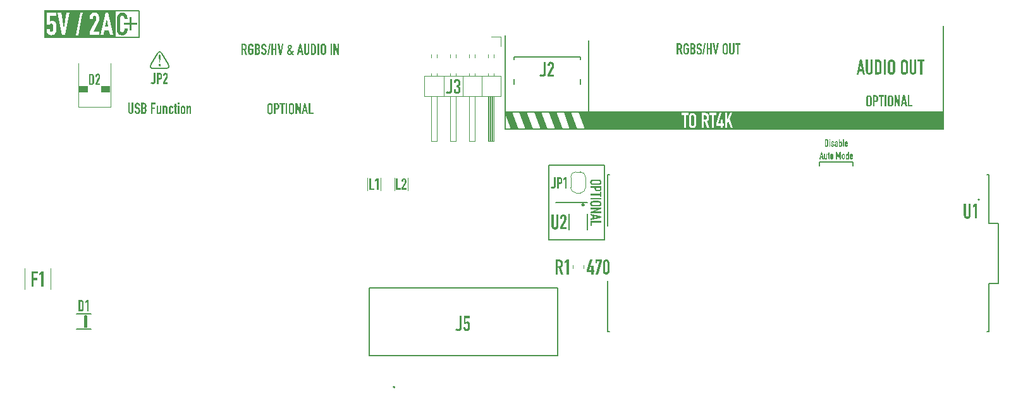
<source format=gbr>
%TF.GenerationSoftware,KiCad,Pcbnew,9.0.0*%
%TF.CreationDate,2025-05-27T10:39:58-04:00*%
%TF.ProjectId,jSmartSW,6a536d61-7274-4535-972e-6b696361645f,1.0*%
%TF.SameCoordinates,Original*%
%TF.FileFunction,Legend,Top*%
%TF.FilePolarity,Positive*%
%FSLAX46Y46*%
G04 Gerber Fmt 4.6, Leading zero omitted, Abs format (unit mm)*
G04 Created by KiCad (PCBNEW 9.0.0) date 2025-05-27 10:39:58*
%MOMM*%
%LPD*%
G01*
G04 APERTURE LIST*
%ADD10C,0.150000*%
%ADD11C,0.000000*%
%ADD12C,0.152000*%
%ADD13C,0.300000*%
%ADD14C,0.250000*%
%ADD15C,0.120000*%
%ADD16C,0.200000*%
%ADD17C,0.127000*%
G04 APERTURE END LIST*
D10*
X157934766Y-94288422D02*
X157113562Y-94288422D01*
X156273563Y-91968423D01*
X157094767Y-91968423D01*
X157934766Y-94288422D01*
G36*
X157934766Y-94288422D02*
G01*
X157113562Y-94288422D01*
X156273563Y-91968423D01*
X157094767Y-91968423D01*
X157934766Y-94288422D01*
G37*
X169776911Y-94288607D02*
X157259969Y-94288607D01*
X157259971Y-91971064D01*
X169776911Y-91971064D01*
X169776911Y-94288607D01*
G36*
X169776911Y-94288607D02*
G01*
X157259969Y-94288607D01*
X157259971Y-91971064D01*
X169776911Y-91971064D01*
X169776911Y-94288607D01*
G37*
D11*
G36*
X93510000Y-89360000D02*
G01*
X92290000Y-89360000D01*
X92290000Y-88520000D01*
X93510000Y-88520000D01*
X93510000Y-89360000D01*
G37*
D10*
X146381050Y-91971014D02*
X158052341Y-91971014D01*
X158052341Y-94291015D01*
X146381050Y-94291015D01*
X146381050Y-91971014D01*
X192949969Y-99158423D02*
X192949970Y-98698422D01*
X148043813Y-94291448D02*
X147222608Y-94291448D01*
X146382609Y-91971448D01*
X147203813Y-91971448D01*
X148043813Y-94291448D01*
G36*
X148043813Y-94291448D02*
G01*
X147222608Y-94291448D01*
X146382609Y-91971448D01*
X147203813Y-91971448D01*
X148043813Y-94291448D01*
G37*
X188494739Y-98698394D02*
X188494740Y-99158393D01*
X157389971Y-104088422D02*
X153189970Y-104088422D01*
X150010982Y-94289276D02*
X149189779Y-94289275D01*
X148349778Y-91969275D01*
X149170982Y-91969275D01*
X150010982Y-94289276D01*
G36*
X150010982Y-94289276D02*
G01*
X149189779Y-94289275D01*
X148349778Y-91969275D01*
X149170982Y-91969275D01*
X150010982Y-94289276D01*
G37*
X146381103Y-91978488D02*
X146381102Y-81738488D01*
X192944971Y-98698422D02*
X188494970Y-98698422D01*
X157589971Y-91968423D02*
X157589971Y-82438832D01*
X151997573Y-94295602D02*
X151176368Y-94295602D01*
X150336369Y-91975603D01*
X151157573Y-91975603D01*
X151997573Y-94295602D01*
G36*
X151997573Y-94295602D02*
G01*
X151176368Y-94295602D01*
X150336369Y-91975603D01*
X151157573Y-91975603D01*
X151997573Y-94295602D01*
G37*
X153964743Y-94293429D02*
X153143539Y-94293429D01*
X152303538Y-91973429D01*
X153124743Y-91973429D01*
X153964743Y-94293429D01*
G36*
X153964743Y-94293429D02*
G01*
X153143539Y-94293429D01*
X152303538Y-91973429D01*
X153124743Y-91973429D01*
X153964743Y-94293429D01*
G37*
X205069360Y-92167784D02*
X205069360Y-80447783D01*
X159659970Y-109128422D02*
X152239970Y-109128423D01*
X152239970Y-99108423D01*
X159659970Y-99108422D01*
X159659970Y-109128422D01*
X94120000Y-78424268D02*
X97389908Y-78424268D01*
X97389908Y-81995732D01*
X94120000Y-81995732D01*
X94120000Y-78424268D01*
X155967595Y-94290596D02*
X155146392Y-94290595D01*
X154306392Y-91970596D01*
X155127596Y-91970596D01*
X155967595Y-94290596D01*
G36*
X155967595Y-94290596D02*
G01*
X155146392Y-94290595D01*
X154306392Y-91970596D01*
X155127596Y-91970596D01*
X155967595Y-94290596D01*
G37*
X205069497Y-94292265D02*
X177028206Y-94292265D01*
X177028205Y-91972264D01*
X205069496Y-91972264D01*
X205069497Y-94292265D01*
G36*
X205069497Y-94292265D02*
G01*
X177028206Y-94292265D01*
X177028205Y-91972264D01*
X205069496Y-91972264D01*
X205069497Y-94292265D01*
G37*
D11*
G36*
X90470000Y-89360000D02*
G01*
X89250000Y-89360000D01*
X89250000Y-88520000D01*
X90470000Y-88520000D01*
X90470000Y-89360000D01*
G37*
D10*
G36*
X195176293Y-89755877D02*
G01*
X195232994Y-89771655D01*
X195302353Y-89804048D01*
X195351329Y-89838700D01*
X195400060Y-89893975D01*
X195434128Y-89953738D01*
X195458033Y-90028202D01*
X195465877Y-90101922D01*
X195466001Y-90113107D01*
X195466001Y-90900057D01*
X195459901Y-90977254D01*
X195439824Y-91048448D01*
X195434128Y-91061257D01*
X195394885Y-91125978D01*
X195351329Y-91172266D01*
X195291292Y-91214799D01*
X195232994Y-91241509D01*
X195159990Y-91259875D01*
X195102568Y-91264223D01*
X195028727Y-91257036D01*
X194971776Y-91241509D01*
X194903409Y-91208240D01*
X194856005Y-91172266D01*
X194805559Y-91119040D01*
X194771008Y-91061257D01*
X194747103Y-90987435D01*
X194739259Y-90911721D01*
X194739135Y-90900057D01*
X194739135Y-90113839D01*
X194953458Y-90113839D01*
X194953458Y-90899324D01*
X194967484Y-90973423D01*
X194997788Y-91013264D01*
X195066534Y-91046322D01*
X195102934Y-91049900D01*
X195175010Y-91034122D01*
X195207348Y-91013264D01*
X195246440Y-90947665D01*
X195251678Y-90899324D01*
X195251678Y-90113839D01*
X195237652Y-90039445D01*
X195207348Y-89999534D01*
X195138948Y-89966475D01*
X195102934Y-89962897D01*
X195030213Y-89978675D01*
X194997788Y-89999534D01*
X194958696Y-90065290D01*
X194953458Y-90113839D01*
X194739135Y-90113839D01*
X194739135Y-90113107D01*
X194745236Y-90038244D01*
X194765312Y-89966905D01*
X194771008Y-89953738D01*
X194808194Y-89890357D01*
X194856005Y-89838700D01*
X194917880Y-89795668D01*
X194971776Y-89771655D01*
X195045076Y-89752992D01*
X195102568Y-89748574D01*
X195176293Y-89755877D01*
G37*
G36*
X196032476Y-89756359D02*
G01*
X196107009Y-89772479D01*
X196115565Y-89775319D01*
X196184349Y-89810079D01*
X196239030Y-89857751D01*
X196283327Y-89917557D01*
X196312489Y-89986379D01*
X196315234Y-89996236D01*
X196328992Y-90069784D01*
X196335155Y-90146469D01*
X196336483Y-90210560D01*
X196334548Y-90287814D01*
X196327507Y-90364032D01*
X196324759Y-90382018D01*
X196304755Y-90453600D01*
X196274567Y-90512810D01*
X196229708Y-90571574D01*
X196168882Y-90620529D01*
X196155133Y-90628581D01*
X196086608Y-90655148D01*
X196009508Y-90667650D01*
X195958395Y-90669614D01*
X195847387Y-90669614D01*
X195847387Y-91252500D01*
X195633064Y-91252500D01*
X195633064Y-90455291D01*
X195847387Y-90455291D01*
X195951068Y-90455291D01*
X196024037Y-90447560D01*
X196052184Y-90437339D01*
X196105307Y-90386781D01*
X196122143Y-90314799D01*
X196122160Y-90312042D01*
X196122160Y-90236390D01*
X196122160Y-90213124D01*
X196122160Y-90139828D01*
X196122160Y-90116770D01*
X196108319Y-90043457D01*
X196105307Y-90036903D01*
X196054749Y-89984513D01*
X195981224Y-89966839D01*
X195958761Y-89966195D01*
X195847387Y-89966195D01*
X195847387Y-90455291D01*
X195633064Y-90455291D01*
X195633064Y-89751871D01*
X195958395Y-89751871D01*
X196032476Y-89756359D01*
G37*
G36*
X196648259Y-91252500D02*
G01*
X196648259Y-89966195D01*
X196393636Y-89966195D01*
X196393636Y-89751871D01*
X197097055Y-89751871D01*
X197097055Y-89966195D01*
X196862582Y-89966195D01*
X196862582Y-91252500D01*
X196648259Y-91252500D01*
G37*
G36*
X197206964Y-91252500D02*
G01*
X197206964Y-89751871D01*
X197421288Y-89751871D01*
X197421288Y-91252500D01*
X197206964Y-91252500D01*
G37*
G36*
X198048589Y-89755877D02*
G01*
X198105290Y-89771655D01*
X198174648Y-89804048D01*
X198223625Y-89838700D01*
X198272356Y-89893975D01*
X198306424Y-89953738D01*
X198330329Y-90028202D01*
X198338173Y-90101922D01*
X198338297Y-90113107D01*
X198338297Y-90900057D01*
X198332197Y-90977254D01*
X198312120Y-91048448D01*
X198306424Y-91061257D01*
X198267181Y-91125978D01*
X198223625Y-91172266D01*
X198163588Y-91214799D01*
X198105290Y-91241509D01*
X198032286Y-91259875D01*
X197974864Y-91264223D01*
X197901023Y-91257036D01*
X197844072Y-91241509D01*
X197775705Y-91208240D01*
X197728301Y-91172266D01*
X197677855Y-91119040D01*
X197643304Y-91061257D01*
X197619399Y-90987435D01*
X197611555Y-90911721D01*
X197611431Y-90900057D01*
X197611431Y-90113839D01*
X197825754Y-90113839D01*
X197825754Y-90899324D01*
X197839780Y-90973423D01*
X197870084Y-91013264D01*
X197938830Y-91046322D01*
X197975230Y-91049900D01*
X198047306Y-91034122D01*
X198079644Y-91013264D01*
X198118736Y-90947665D01*
X198123974Y-90899324D01*
X198123974Y-90113839D01*
X198109948Y-90039445D01*
X198079644Y-89999534D01*
X198011244Y-89966475D01*
X197975230Y-89962897D01*
X197902509Y-89978675D01*
X197870084Y-89999534D01*
X197830992Y-90065290D01*
X197825754Y-90113839D01*
X197611431Y-90113839D01*
X197611431Y-90113107D01*
X197617531Y-90038244D01*
X197637608Y-89966905D01*
X197643304Y-89953738D01*
X197680490Y-89890357D01*
X197728301Y-89838700D01*
X197790176Y-89795668D01*
X197844072Y-89771655D01*
X197917372Y-89752992D01*
X197974864Y-89748574D01*
X198048589Y-89755877D01*
G37*
G36*
X198505359Y-91252500D02*
G01*
X198505359Y-89751871D01*
X198709424Y-89751871D01*
X199041350Y-90656058D01*
X199041350Y-89751871D01*
X199255673Y-89751871D01*
X199255673Y-91252500D01*
X199056005Y-91252500D01*
X198719683Y-90350511D01*
X198719683Y-91252500D01*
X198505359Y-91252500D01*
G37*
G36*
X200193932Y-91252500D02*
G01*
X199979976Y-91252500D01*
X199916961Y-90924237D01*
X199624969Y-90924237D01*
X199561954Y-91252500D01*
X199347631Y-91252500D01*
X199468441Y-90709914D01*
X199662704Y-90709914D01*
X199877027Y-90709914D01*
X199771881Y-90176121D01*
X199767851Y-90176121D01*
X199662704Y-90709914D01*
X199468441Y-90709914D01*
X199681755Y-89751871D01*
X199860175Y-89751871D01*
X200193932Y-91252500D01*
G37*
G36*
X200291752Y-91252500D02*
G01*
X200291752Y-89751871D01*
X200506075Y-89751871D01*
X200506075Y-91038176D01*
X200924829Y-91038176D01*
X200924829Y-91252500D01*
X200291752Y-91252500D01*
G37*
G36*
X93233320Y-80605303D02*
G01*
X92804674Y-80605303D01*
X93014967Y-79537717D01*
X93023027Y-79537717D01*
X93233320Y-80605303D01*
G37*
G36*
X94200463Y-82070701D02*
G01*
X84649463Y-82070701D01*
X84649463Y-81737368D01*
X88913885Y-81737368D01*
X89249475Y-81737368D01*
X89686948Y-79333286D01*
X90744974Y-79333286D01*
X90744974Y-79567759D01*
X91173620Y-79567759D01*
X91173620Y-79325226D01*
X91174116Y-79306024D01*
X91230040Y-79166224D01*
X91240973Y-79156403D01*
X91383180Y-79111269D01*
X91504813Y-79143509D01*
X91567828Y-79220446D01*
X91589077Y-79327424D01*
X91589077Y-79442462D01*
X91588656Y-79493498D01*
X91580284Y-79645428D01*
X91570381Y-79698909D01*
X91514339Y-79835205D01*
X90744974Y-81286740D01*
X90744974Y-81690474D01*
X92017723Y-81690474D01*
X92174527Y-81690474D01*
X92603173Y-81690474D01*
X92729203Y-81033949D01*
X93313187Y-81033949D01*
X93439216Y-81690474D01*
X93867130Y-81690474D01*
X93199614Y-78689217D01*
X92842775Y-78689217D01*
X92416147Y-80605303D01*
X92174527Y-81690474D01*
X92017723Y-81690474D01*
X92017723Y-81261827D01*
X91249091Y-81261827D01*
X91882901Y-80052092D01*
X91897989Y-80022794D01*
X91962768Y-79888694D01*
X92005267Y-79754605D01*
X92017723Y-79613921D01*
X92017723Y-79580181D01*
X92017723Y-79432204D01*
X92009834Y-79294925D01*
X91981819Y-79147905D01*
X91946713Y-79043795D01*
X91871910Y-78909036D01*
X91794453Y-78825768D01*
X91672608Y-78743439D01*
X91532060Y-78695986D01*
X91385378Y-78682623D01*
X91279212Y-78691330D01*
X91134052Y-78735379D01*
X91050865Y-78779790D01*
X90933285Y-78875330D01*
X90868011Y-78952083D01*
X90794799Y-79081227D01*
X90760739Y-79187175D01*
X90744974Y-79333286D01*
X89686948Y-79333286D01*
X89804150Y-78689217D01*
X89467828Y-78689217D01*
X88913885Y-81737368D01*
X84649463Y-81737368D01*
X84649463Y-80943823D01*
X84982796Y-80943823D01*
X84982796Y-81070585D01*
X84992754Y-81196348D01*
X85034820Y-81339497D01*
X85079333Y-81423234D01*
X85175504Y-81541730D01*
X85245262Y-81599260D01*
X85378470Y-81669957D01*
X85473752Y-81698422D01*
X85619537Y-81713921D01*
X85712067Y-81707738D01*
X85859872Y-81669957D01*
X85942442Y-81631317D01*
X86063571Y-81541730D01*
X86128612Y-81467823D01*
X86202789Y-81340229D01*
X86240657Y-81222388D01*
X86255546Y-81071318D01*
X86255546Y-80297557D01*
X86246982Y-80173267D01*
X86207241Y-80029588D01*
X86118526Y-79900418D01*
X86054938Y-79848741D01*
X85915823Y-79786444D01*
X85763152Y-79767794D01*
X85700536Y-79770924D01*
X85555790Y-79807361D01*
X85527762Y-79820191D01*
X85404848Y-79905547D01*
X85404848Y-79117864D01*
X86255546Y-79117864D01*
X86255546Y-78689217D01*
X86459244Y-78689217D01*
X87068142Y-81690474D01*
X87446230Y-81690474D01*
X88058791Y-78689217D01*
X87605232Y-78689217D01*
X87260849Y-80784088D01*
X87252789Y-80784088D01*
X86912803Y-78689217D01*
X86459244Y-78689217D01*
X86255546Y-78689217D01*
X85029691Y-78689217D01*
X85029691Y-80303418D01*
X85407779Y-80303418D01*
X85431959Y-80264584D01*
X85470061Y-80207431D01*
X85532343Y-80162734D01*
X85625399Y-80142951D01*
X85636267Y-80143197D01*
X85769747Y-80205965D01*
X85779961Y-80218013D01*
X85826900Y-80358373D01*
X85826900Y-81061792D01*
X85826064Y-81087610D01*
X85773410Y-81226656D01*
X85763139Y-81237132D01*
X85624667Y-81285275D01*
X85600864Y-81284324D01*
X85465664Y-81224458D01*
X85441967Y-81195502D01*
X85404848Y-81053732D01*
X85404848Y-80943823D01*
X84982796Y-80943823D01*
X84649463Y-80943823D01*
X84649463Y-78349290D01*
X94200463Y-78349290D01*
X94200463Y-82070701D01*
G37*
D12*
G36*
X95804885Y-80856956D02*
G01*
X95804885Y-81041970D01*
X95791693Y-81177447D01*
X95752495Y-81304653D01*
X95690091Y-81421915D01*
X95607964Y-81525205D01*
X95508008Y-81611768D01*
X95391809Y-81678711D01*
X95264220Y-81721145D01*
X95125829Y-81735498D01*
X95004174Y-81727211D01*
X94878350Y-81701792D01*
X94759064Y-81655547D01*
X94652120Y-81584006D01*
X94561656Y-81489561D01*
X94486523Y-81367668D01*
X94439192Y-81224167D01*
X94421493Y-81029331D01*
X94421493Y-79381607D01*
X94434291Y-79238430D01*
X94471685Y-79108483D01*
X94532895Y-78990212D01*
X94614384Y-78889947D01*
X94714690Y-78807928D01*
X94834386Y-78744866D01*
X94967196Y-78705804D01*
X95117402Y-78692293D01*
X95265313Y-78705389D01*
X95394157Y-78742995D01*
X95507521Y-78804138D01*
X95607964Y-78889947D01*
X95689594Y-78994553D01*
X95752495Y-79118924D01*
X95791504Y-79255588D01*
X95804885Y-79406887D01*
X95804885Y-79575048D01*
X95376422Y-79575048D01*
X95376422Y-79431982D01*
X95358312Y-79313429D01*
X95305347Y-79213629D01*
X95252325Y-79162179D01*
X95189366Y-79131702D01*
X95113189Y-79121122D01*
X95012882Y-79133852D01*
X94945699Y-79167399D01*
X94902163Y-79219858D01*
X94864062Y-79326716D01*
X94849956Y-79469901D01*
X94849956Y-81000022D01*
X94864846Y-81122629D01*
X94906376Y-81218375D01*
X94951059Y-81265404D01*
X95016072Y-81295423D01*
X95108976Y-81306668D01*
X95198735Y-81292014D01*
X95288678Y-81243654D01*
X95322023Y-81205079D01*
X95351143Y-81151147D01*
X95369565Y-81088064D01*
X95376422Y-81004235D01*
X95376422Y-80856956D01*
X95804885Y-80856956D01*
G37*
D13*
G36*
X96598506Y-90757733D02*
G01*
X96598506Y-91918467D01*
X96591815Y-91989956D01*
X96572311Y-92054205D01*
X96540665Y-92112700D01*
X96497848Y-92164572D01*
X96446020Y-92207664D01*
X96386748Y-92240318D01*
X96322131Y-92260723D01*
X96252658Y-92267612D01*
X96183250Y-92260698D01*
X96119485Y-92240318D01*
X96061136Y-92207732D01*
X96009484Y-92164572D01*
X95966494Y-92112750D01*
X95934013Y-92054205D01*
X95913750Y-91989907D01*
X95906811Y-91918467D01*
X95906811Y-90757733D01*
X96121042Y-90757733D01*
X96121042Y-91897676D01*
X96125897Y-91949619D01*
X96138885Y-91987721D01*
X96158686Y-92015370D01*
X96200686Y-92043604D01*
X96252750Y-92053197D01*
X96304719Y-92043605D01*
X96346631Y-92015370D01*
X96366432Y-91987721D01*
X96379420Y-91949619D01*
X96384275Y-91897676D01*
X96384275Y-90757733D01*
X96598506Y-90757733D01*
G37*
G36*
X97495641Y-91186105D02*
G01*
X97281409Y-91186105D01*
X97281409Y-91137745D01*
X97272442Y-91068055D01*
X97246788Y-91010616D01*
X97219698Y-90981707D01*
X97182117Y-90963664D01*
X97130376Y-90957035D01*
X97089133Y-90961599D01*
X97059118Y-90973888D01*
X97034304Y-90992902D01*
X97015063Y-91015837D01*
X97001042Y-91044684D01*
X96991982Y-91077844D01*
X96985662Y-91150293D01*
X96988776Y-91223932D01*
X97004621Y-91276505D01*
X97019800Y-91297751D01*
X97041258Y-91316439D01*
X97107386Y-91349961D01*
X97271060Y-91415174D01*
X97337725Y-91446047D01*
X97386464Y-91479288D01*
X97426070Y-91519196D01*
X97455707Y-91564376D01*
X97474821Y-91617157D01*
X97487214Y-91678956D01*
X97495641Y-91824952D01*
X97490746Y-91917577D01*
X97476681Y-92000532D01*
X97451400Y-92076756D01*
X97415773Y-92138102D01*
X97365223Y-92190220D01*
X97300002Y-92230609D01*
X97223633Y-92255236D01*
X97125521Y-92264223D01*
X97049769Y-92257286D01*
X96980441Y-92236929D01*
X96917495Y-92204029D01*
X96864762Y-92161183D01*
X96821586Y-92109136D01*
X96788100Y-92048801D01*
X96766937Y-91982451D01*
X96759707Y-91909033D01*
X96759707Y-91829166D01*
X96973938Y-91829166D01*
X96973938Y-91896485D01*
X96982616Y-91952355D01*
X97008651Y-92002547D01*
X97035321Y-92027693D01*
X97072980Y-92043804D01*
X97125521Y-92049808D01*
X97176923Y-92045365D01*
X97210884Y-92034055D01*
X97238010Y-92014853D01*
X97258237Y-91988900D01*
X97271415Y-91957384D01*
X97278204Y-91918467D01*
X97281409Y-91827059D01*
X97277196Y-91730430D01*
X97270489Y-91694799D01*
X97260435Y-91669431D01*
X97243422Y-91648523D01*
X97221600Y-91631695D01*
X97157578Y-91600096D01*
X97004438Y-91536990D01*
X96917331Y-91491976D01*
X96857263Y-91441898D01*
X96818600Y-91386781D01*
X96793429Y-91322718D01*
X96777243Y-91245462D01*
X96771430Y-91152399D01*
X96777285Y-91069914D01*
X96794511Y-90992756D01*
X96823802Y-90921498D01*
X96863754Y-90862513D01*
X96913345Y-90813749D01*
X96976045Y-90775227D01*
X97048544Y-90751238D01*
X97138710Y-90742621D01*
X97215942Y-90750170D01*
X97284615Y-90772113D01*
X97346738Y-90806535D01*
X97399012Y-90849874D01*
X97453438Y-90921651D01*
X97485044Y-90997919D01*
X97495641Y-91080958D01*
X97495641Y-91186105D01*
G37*
G36*
X98062539Y-90766107D02*
G01*
X98139434Y-90789057D01*
X98206142Y-90826169D01*
X98257953Y-90872497D01*
X98297412Y-90928506D01*
X98323899Y-90992573D01*
X98338833Y-91061392D01*
X98343866Y-91133440D01*
X98343866Y-91187753D01*
X98341287Y-91245855D01*
X98334432Y-91289969D01*
X98322493Y-91329862D01*
X98306497Y-91363059D01*
X98263210Y-91416031D01*
X98198511Y-91463259D01*
X98244518Y-91491335D01*
X98280810Y-91526303D01*
X98308512Y-91568772D01*
X98326973Y-91616584D01*
X98339299Y-91678737D01*
X98343866Y-91758640D01*
X98343866Y-91843087D01*
X98336989Y-91942866D01*
X98317883Y-92024783D01*
X98288156Y-92091985D01*
X98248428Y-92146987D01*
X98197659Y-92190518D01*
X98132370Y-92223310D01*
X98049140Y-92244682D01*
X97943521Y-92252500D01*
X97652170Y-92252500D01*
X97652170Y-92038085D01*
X97866401Y-92038085D01*
X97959092Y-92038085D01*
X98020402Y-92032730D01*
X98061307Y-92019034D01*
X98093911Y-91995989D01*
X98117178Y-91966003D01*
X98132177Y-91929875D01*
X98140350Y-91885494D01*
X98144564Y-91783736D01*
X98138244Y-91684177D01*
X98128445Y-91644075D01*
X98112965Y-91612186D01*
X98088317Y-91586559D01*
X98055995Y-91568681D01*
X98017145Y-91558783D01*
X97961198Y-91554942D01*
X97866401Y-91554942D01*
X97866401Y-92038085D01*
X97652170Y-92038085D01*
X97652170Y-91367363D01*
X97866401Y-91367363D01*
X97963305Y-91367363D01*
X98032691Y-91360165D01*
X98078501Y-91341619D01*
X98107652Y-91313966D01*
X98126872Y-91276451D01*
X98139742Y-91225713D01*
X98144564Y-91157986D01*
X98139215Y-91092002D01*
X98124935Y-91043074D01*
X98103439Y-91007227D01*
X98072175Y-90981252D01*
X98024753Y-90963775D01*
X97954878Y-90957035D01*
X97866401Y-90957035D01*
X97866401Y-91367363D01*
X97652170Y-91367363D01*
X97652170Y-90757733D01*
X97964496Y-90757733D01*
X98062539Y-90766107D01*
G37*
G36*
X98935910Y-92252500D02*
G01*
X98935910Y-90757733D01*
X99574850Y-90757733D01*
X99574850Y-90957035D01*
X99150142Y-90957035D01*
X99150142Y-91414258D01*
X99519162Y-91414258D01*
X99519162Y-91613560D01*
X99150142Y-91613560D01*
X99150142Y-92252500D01*
X98935910Y-92252500D01*
G37*
G36*
X100339818Y-91185647D02*
G01*
X100339818Y-92252500D01*
X100125587Y-92252500D01*
X100125587Y-92149002D01*
X100121465Y-92149002D01*
X100084342Y-92195107D01*
X100040865Y-92231800D01*
X99989146Y-92255594D01*
X99920514Y-92264223D01*
X99881112Y-92260859D01*
X99841105Y-92250576D01*
X99803683Y-92232551D01*
X99769939Y-92205330D01*
X99742203Y-92170227D01*
X99719655Y-92124455D01*
X99705950Y-92071848D01*
X99700879Y-92003463D01*
X99700879Y-91185647D01*
X99915110Y-91185647D01*
X99915110Y-91923688D01*
X99922447Y-91978119D01*
X99942221Y-92016195D01*
X99974308Y-92041075D01*
X100019341Y-92049808D01*
X100057612Y-92045017D01*
X100084350Y-92032198D01*
X100102689Y-92011981D01*
X100119108Y-91969183D01*
X100125587Y-91902622D01*
X100125587Y-91185647D01*
X100339818Y-91185647D01*
G37*
G36*
X100517139Y-92252500D02*
G01*
X100517139Y-91185647D01*
X100731370Y-91185647D01*
X100731370Y-91289145D01*
X100735492Y-91289145D01*
X100772591Y-91243108D01*
X100816000Y-91206438D01*
X100867805Y-91182572D01*
X100936442Y-91173923D01*
X100975845Y-91177287D01*
X101015852Y-91187570D01*
X101053264Y-91205543D01*
X101087018Y-91232816D01*
X101114729Y-91267936D01*
X101137210Y-91313783D01*
X101150983Y-91366304D01*
X101156078Y-91434591D01*
X101156078Y-92252500D01*
X100941846Y-92252500D01*
X100941846Y-91514550D01*
X100934510Y-91460119D01*
X100914735Y-91422043D01*
X100882640Y-91397092D01*
X100837616Y-91388338D01*
X100799354Y-91393138D01*
X100772614Y-91405985D01*
X100754268Y-91426256D01*
X100737846Y-91469045D01*
X100731370Y-91535525D01*
X100731370Y-92252500D01*
X100517139Y-92252500D01*
G37*
G36*
X101559353Y-91944845D02*
G01*
X101566918Y-91990700D01*
X101587747Y-92022514D01*
X101620135Y-92042609D01*
X101664683Y-92049808D01*
X101703456Y-92045143D01*
X101729180Y-92032956D01*
X101745650Y-92014180D01*
X101761870Y-91977889D01*
X101769830Y-91942739D01*
X101984061Y-91942739D01*
X101973889Y-92033021D01*
X101945023Y-92107501D01*
X101897874Y-92169701D01*
X101851934Y-92208847D01*
X101796941Y-92239036D01*
X101735596Y-92257707D01*
X101664591Y-92264223D01*
X101598410Y-92259203D01*
X101541836Y-92244972D01*
X101493225Y-92222274D01*
X101430753Y-92173145D01*
X101384964Y-92110808D01*
X101365828Y-92066556D01*
X101353457Y-92014271D01*
X101345122Y-91894470D01*
X101345122Y-91543676D01*
X101353457Y-91423875D01*
X101365828Y-91371591D01*
X101384964Y-91327338D01*
X101430757Y-91265020D01*
X101493225Y-91215963D01*
X101541842Y-91193214D01*
X101598416Y-91178953D01*
X101664591Y-91173923D01*
X101735742Y-91180437D01*
X101798040Y-91199202D01*
X101853879Y-91229381D01*
X101899981Y-91268445D01*
X101945729Y-91335887D01*
X101974043Y-91416667D01*
X101984061Y-91514367D01*
X101769830Y-91514367D01*
X101761857Y-91455100D01*
X101741436Y-91418838D01*
X101708796Y-91396262D01*
X101664683Y-91388338D01*
X101620412Y-91396270D01*
X101587747Y-91418838D01*
X101567186Y-91454586D01*
X101559353Y-91510154D01*
X101559353Y-91944845D01*
G37*
G36*
X102112747Y-91185647D02*
G01*
X102112747Y-90863246D01*
X102326978Y-90863246D01*
X102326978Y-91185647D01*
X102455938Y-91185647D01*
X102455938Y-91355640D01*
X102326978Y-91355640D01*
X102326978Y-91947868D01*
X102334122Y-92006852D01*
X102343773Y-92025568D01*
X102357661Y-92038543D01*
X102397595Y-92051091D01*
X102455938Y-92053197D01*
X102455938Y-92252500D01*
X102368560Y-92252500D01*
X102299471Y-92246279D01*
X102246927Y-92229419D01*
X102202187Y-92202590D01*
X102168892Y-92170617D01*
X102143717Y-92132649D01*
X102126210Y-92089742D01*
X102116015Y-92044684D01*
X102112747Y-92002547D01*
X102112747Y-91355640D01*
X102004578Y-91355640D01*
X102004578Y-91185647D01*
X102112747Y-91185647D01*
G37*
G36*
X102538004Y-92252500D02*
G01*
X102538004Y-91185647D01*
X102752235Y-91185647D01*
X102752235Y-92252500D01*
X102538004Y-92252500D01*
G37*
G36*
X102538004Y-90972148D02*
G01*
X102538004Y-90757733D01*
X102752235Y-90757733D01*
X102752235Y-90972148D01*
X102538004Y-90972148D01*
G37*
G36*
X103295813Y-91178953D02*
G01*
X103352325Y-91193214D01*
X103400883Y-91215963D01*
X103463426Y-91265027D01*
X103509236Y-91327338D01*
X103528372Y-91371591D01*
X103540743Y-91423875D01*
X103549169Y-91543676D01*
X103549169Y-91894470D01*
X103540743Y-92014271D01*
X103528372Y-92066556D01*
X103509236Y-92110808D01*
X103463430Y-92173138D01*
X103400883Y-92222274D01*
X103352331Y-92244972D01*
X103295818Y-92259203D01*
X103229700Y-92264223D01*
X103163518Y-92259203D01*
X103106944Y-92244972D01*
X103058333Y-92222274D01*
X102995861Y-92173145D01*
X102950072Y-92110808D01*
X102930936Y-92066556D01*
X102918565Y-92014271D01*
X102910230Y-91894470D01*
X102910230Y-91543676D01*
X102912562Y-91510154D01*
X103124461Y-91510154D01*
X103124461Y-91928084D01*
X103132294Y-91983652D01*
X103152855Y-92019400D01*
X103185512Y-92041897D01*
X103229791Y-92049808D01*
X103273912Y-92041905D01*
X103306545Y-92019400D01*
X103327105Y-91983652D01*
X103334938Y-91928084D01*
X103334938Y-91510154D01*
X103327105Y-91454586D01*
X103306545Y-91418838D01*
X103273904Y-91396262D01*
X103229791Y-91388338D01*
X103185520Y-91396270D01*
X103152855Y-91418838D01*
X103132294Y-91454586D01*
X103124461Y-91510154D01*
X102912562Y-91510154D01*
X102918565Y-91423875D01*
X102930936Y-91371591D01*
X102950072Y-91327338D01*
X102995865Y-91265020D01*
X103058333Y-91215963D01*
X103106950Y-91193214D01*
X103163524Y-91178953D01*
X103229700Y-91173923D01*
X103295813Y-91178953D01*
G37*
G36*
X103704508Y-92252500D02*
G01*
X103704508Y-91185647D01*
X103918739Y-91185647D01*
X103918739Y-91289145D01*
X103922861Y-91289145D01*
X103959961Y-91243108D01*
X104003369Y-91206438D01*
X104055174Y-91182572D01*
X104123812Y-91173923D01*
X104163214Y-91177287D01*
X104203221Y-91187570D01*
X104240633Y-91205543D01*
X104274387Y-91232816D01*
X104302098Y-91267936D01*
X104324579Y-91313783D01*
X104338352Y-91366304D01*
X104343447Y-91434591D01*
X104343447Y-92252500D01*
X104129216Y-92252500D01*
X104129216Y-91514550D01*
X104121879Y-91460119D01*
X104102105Y-91422043D01*
X104070009Y-91397092D01*
X104024985Y-91388338D01*
X103986723Y-91393138D01*
X103959983Y-91405985D01*
X103941637Y-91426256D01*
X103925215Y-91469045D01*
X103918739Y-91535525D01*
X103918739Y-92252500D01*
X103704508Y-92252500D01*
G37*
D12*
G36*
X189457358Y-95631229D02*
G01*
X189507898Y-95642815D01*
X189556032Y-95665922D01*
X189591066Y-95695414D01*
X189621527Y-95737776D01*
X189642019Y-95789026D01*
X189651865Y-95842042D01*
X189654081Y-95886412D01*
X189654081Y-96354381D01*
X189651728Y-96404536D01*
X189643036Y-96456473D01*
X189625259Y-96507157D01*
X189599118Y-96548591D01*
X189587158Y-96561743D01*
X189544858Y-96593975D01*
X189499440Y-96613771D01*
X189446665Y-96625231D01*
X189394450Y-96628422D01*
X189198568Y-96628422D01*
X189198568Y-96485539D01*
X189341450Y-96485539D01*
X189404709Y-96485539D01*
X189454351Y-96478151D01*
X189487018Y-96455986D01*
X189507208Y-96409009D01*
X189511199Y-96363174D01*
X189511199Y-95891785D01*
X189505459Y-95840677D01*
X189488240Y-95802636D01*
X189444848Y-95775350D01*
X189404709Y-95770885D01*
X189341450Y-95770885D01*
X189341450Y-96485539D01*
X189198568Y-96485539D01*
X189198568Y-95628003D01*
X189407151Y-95628003D01*
X189457358Y-95631229D01*
G37*
G36*
X189794520Y-96628422D02*
G01*
X189794520Y-95925002D01*
X189937402Y-95925002D01*
X189937402Y-96628422D01*
X189794520Y-96628422D01*
G37*
G36*
X189794520Y-95770885D02*
G01*
X189794520Y-95628003D01*
X189937402Y-95628003D01*
X189937402Y-95770885D01*
X189794520Y-95770885D01*
G37*
G36*
X190302301Y-96129189D02*
G01*
X190288089Y-96082012D01*
X190283739Y-96077410D01*
X190241485Y-96060068D01*
X190197277Y-96081318D01*
X190181660Y-96127974D01*
X190181645Y-96129678D01*
X190191415Y-96167047D01*
X190231513Y-96196486D01*
X190240996Y-96200264D01*
X190323306Y-96233237D01*
X190367537Y-96254007D01*
X190408020Y-96284598D01*
X190431261Y-96314814D01*
X190451464Y-96361991D01*
X190460353Y-96412908D01*
X190460815Y-96428142D01*
X190455046Y-96477499D01*
X190444450Y-96508987D01*
X190419416Y-96552378D01*
X190399998Y-96574932D01*
X190359889Y-96606092D01*
X190331610Y-96620117D01*
X190282041Y-96633577D01*
X190245148Y-96636237D01*
X190192984Y-96630823D01*
X190146402Y-96614580D01*
X190105400Y-96587508D01*
X190097870Y-96580794D01*
X190064802Y-96541563D01*
X190049266Y-96512895D01*
X190034972Y-96465766D01*
X190030947Y-96417884D01*
X190174318Y-96417884D01*
X190190227Y-96464899D01*
X190192880Y-96469419D01*
X190235917Y-96492981D01*
X190244904Y-96493355D01*
X190291200Y-96477107D01*
X190295462Y-96473572D01*
X190317384Y-96429058D01*
X190317933Y-96418373D01*
X190303721Y-96370570D01*
X190302790Y-96369280D01*
X190261736Y-96339649D01*
X190247591Y-96333865D01*
X190180424Y-96309440D01*
X190134766Y-96287756D01*
X190094295Y-96256668D01*
X190076376Y-96236656D01*
X190052023Y-96193897D01*
X190040085Y-96144204D01*
X190038763Y-96118931D01*
X190044618Y-96069253D01*
X190055372Y-96037842D01*
X190080998Y-95994928D01*
X190101045Y-95973118D01*
X190141372Y-95943005D01*
X190165769Y-95931597D01*
X190214675Y-95919213D01*
X190246125Y-95917186D01*
X190294933Y-95922783D01*
X190325748Y-95933062D01*
X190369311Y-95959264D01*
X190388519Y-95977270D01*
X190417103Y-96017398D01*
X190430040Y-96045414D01*
X190442684Y-96093918D01*
X190445183Y-96129189D01*
X190302301Y-96129189D01*
G37*
G36*
X190786109Y-95921591D02*
G01*
X190821806Y-95931108D01*
X190867353Y-95953853D01*
X190890926Y-95972629D01*
X190921857Y-96012777D01*
X190936111Y-96041994D01*
X190949452Y-96090109D01*
X190953208Y-96139203D01*
X190953208Y-96628422D01*
X190810326Y-96628422D01*
X190810326Y-96555881D01*
X190807640Y-96555881D01*
X190775809Y-96593852D01*
X190750731Y-96615477D01*
X190703016Y-96633784D01*
X190670131Y-96636237D01*
X190620457Y-96628902D01*
X190618840Y-96628422D01*
X190575029Y-96604886D01*
X190569014Y-96599845D01*
X190538194Y-96560644D01*
X190530180Y-96543181D01*
X190518330Y-96494537D01*
X190515525Y-96447193D01*
X190516608Y-96418373D01*
X190658407Y-96418373D01*
X190667643Y-96467856D01*
X190677947Y-96485539D01*
X190720253Y-96510283D01*
X190732901Y-96511185D01*
X190780158Y-96496427D01*
X190789810Y-96487005D01*
X190808703Y-96441900D01*
X190810326Y-96418617D01*
X190810326Y-96320187D01*
X190771003Y-96315791D01*
X190720428Y-96323626D01*
X190691380Y-96338017D01*
X190663044Y-96379710D01*
X190658407Y-96418373D01*
X190516608Y-96418373D01*
X190517395Y-96397425D01*
X190524112Y-96347416D01*
X190525295Y-96341680D01*
X190541738Y-96295012D01*
X190561687Y-96265232D01*
X190600709Y-96234111D01*
X190630808Y-96221024D01*
X190680206Y-96210034D01*
X190729064Y-96206499D01*
X190741450Y-96206370D01*
X190757081Y-96206370D01*
X190772469Y-96206370D01*
X190789321Y-96206370D01*
X190810326Y-96210522D01*
X190810326Y-96139936D01*
X190800007Y-96091639D01*
X190794695Y-96082783D01*
X190750819Y-96060623D01*
X190738763Y-96060068D01*
X190691623Y-96074311D01*
X190687228Y-96077410D01*
X190659549Y-96117737D01*
X190656942Y-96127724D01*
X190521143Y-96127724D01*
X190525818Y-96077925D01*
X190541980Y-96029210D01*
X190569686Y-95987460D01*
X190580249Y-95976293D01*
X190620053Y-95946583D01*
X190648149Y-95933062D01*
X190695753Y-95920225D01*
X190737053Y-95917186D01*
X190786109Y-95921591D01*
G37*
G36*
X191207465Y-95989971D02*
G01*
X191210396Y-95989971D01*
X191243235Y-95952399D01*
X191266328Y-95935993D01*
X191313071Y-95919409D01*
X191340577Y-95917186D01*
X191391015Y-95922905D01*
X191420201Y-95935260D01*
X191457020Y-95967729D01*
X191466607Y-95980934D01*
X191483145Y-96028178D01*
X191484681Y-96039064D01*
X191487921Y-96088897D01*
X191488817Y-96142075D01*
X191488833Y-96151415D01*
X191488833Y-96418861D01*
X191487599Y-96468327D01*
X191483215Y-96511673D01*
X191470413Y-96558924D01*
X191465386Y-96569803D01*
X191431176Y-96610286D01*
X191382404Y-96632085D01*
X191341799Y-96636237D01*
X191293157Y-96630378D01*
X191261687Y-96615477D01*
X191224095Y-96581977D01*
X191207465Y-96563697D01*
X191207465Y-96628422D01*
X191064583Y-96628422D01*
X191064583Y-96135539D01*
X191207465Y-96135539D01*
X191207465Y-96406893D01*
X191218319Y-96456444D01*
X191226760Y-96469419D01*
X191269877Y-96492981D01*
X191277563Y-96493355D01*
X191324002Y-96474750D01*
X191329587Y-96467221D01*
X191344928Y-96418678D01*
X191345951Y-96398345D01*
X191345951Y-96142622D01*
X191336438Y-96094288D01*
X191331540Y-96084737D01*
X191287062Y-96060454D01*
X191277563Y-96060068D01*
X191231336Y-96077721D01*
X191227493Y-96081562D01*
X191207778Y-96127537D01*
X191207465Y-96135539D01*
X191064583Y-96135539D01*
X191064583Y-95628003D01*
X191207465Y-95628003D01*
X191207465Y-95989971D01*
G37*
G36*
X191593125Y-95628003D02*
G01*
X191736007Y-95628003D01*
X191736007Y-96426677D01*
X191745358Y-96475941D01*
X191750173Y-96482364D01*
X191796953Y-96500501D01*
X191804150Y-96501415D01*
X191804150Y-96636237D01*
X191755266Y-96634031D01*
X191716711Y-96628422D01*
X191670474Y-96612173D01*
X191650033Y-96598624D01*
X191618202Y-96561105D01*
X191607779Y-96538784D01*
X191596345Y-96490820D01*
X191593139Y-96440865D01*
X191593125Y-96436935D01*
X191593125Y-95628003D01*
G37*
G36*
X192114353Y-95921943D02*
G01*
X192153662Y-95934039D01*
X192196719Y-95958239D01*
X192221317Y-95979957D01*
X192250812Y-96022160D01*
X192269383Y-96070613D01*
X192276757Y-96119563D01*
X192277249Y-96137005D01*
X192277249Y-96331422D01*
X191995881Y-96331422D01*
X191995881Y-96425211D01*
X192011126Y-96472296D01*
X192014443Y-96475770D01*
X192061083Y-96493287D01*
X192065002Y-96493355D01*
X192112592Y-96478199D01*
X192118491Y-96470396D01*
X192134367Y-96424234D01*
X192277249Y-96424234D01*
X192272728Y-96473601D01*
X192257100Y-96521792D01*
X192230310Y-96562969D01*
X192220096Y-96573955D01*
X192180693Y-96605421D01*
X192152929Y-96619629D01*
X192105874Y-96633058D01*
X192065002Y-96636237D01*
X192013933Y-96631682D01*
X191966328Y-96616589D01*
X191951185Y-96608638D01*
X191912226Y-96578792D01*
X191881200Y-96538202D01*
X191879621Y-96535365D01*
X191862036Y-96488928D01*
X191858617Y-96471373D01*
X191853663Y-96421194D01*
X191852999Y-96392727D01*
X191852999Y-96160941D01*
X191853851Y-96141157D01*
X191995881Y-96141157D01*
X191995881Y-96222001D01*
X192134367Y-96222001D01*
X192134367Y-96141157D01*
X192124651Y-96093248D01*
X192115560Y-96080341D01*
X192070883Y-96060247D01*
X192065002Y-96060068D01*
X192018083Y-96076718D01*
X192014443Y-96080341D01*
X191996534Y-96126591D01*
X191995881Y-96141157D01*
X191853851Y-96141157D01*
X191855193Y-96109974D01*
X191858617Y-96082050D01*
X191871739Y-96034603D01*
X191879621Y-96018303D01*
X191909969Y-95977148D01*
X191948290Y-95946773D01*
X191951185Y-95945030D01*
X191999549Y-95925045D01*
X192048584Y-95917621D01*
X192065002Y-95917186D01*
X192114353Y-95921943D01*
G37*
G36*
X189029795Y-98308422D02*
G01*
X188887157Y-98308422D01*
X188845148Y-98089580D01*
X188650486Y-98089580D01*
X188608476Y-98308422D01*
X188465594Y-98308422D01*
X188546134Y-97946698D01*
X188675643Y-97946698D01*
X188818525Y-97946698D01*
X188748427Y-97590836D01*
X188745741Y-97590836D01*
X188675643Y-97946698D01*
X188546134Y-97946698D01*
X188688344Y-97308003D01*
X188807290Y-97308003D01*
X189029795Y-98308422D01*
G37*
G36*
X189519258Y-97605002D02*
G01*
X189519258Y-98308422D01*
X189376376Y-98308422D01*
X189376376Y-98239545D01*
X189373689Y-98239545D01*
X189340625Y-98278524D01*
X189320200Y-98294744D01*
X189274443Y-98313215D01*
X189240577Y-98316237D01*
X189191118Y-98308509D01*
X189187820Y-98307445D01*
X189144623Y-98281436D01*
X189140681Y-98277647D01*
X189112427Y-98236010D01*
X189107464Y-98224158D01*
X189096480Y-98174995D01*
X189095008Y-98144290D01*
X189095008Y-97605002D01*
X189237890Y-97605002D01*
X189237890Y-98090557D01*
X189247919Y-98139238D01*
X189255720Y-98151373D01*
X189300473Y-98173162D01*
X189306522Y-98173355D01*
X189353522Y-98158299D01*
X189361233Y-98148687D01*
X189375178Y-98101393D01*
X189376376Y-98076635D01*
X189376376Y-97605002D01*
X189519258Y-97605002D01*
G37*
G36*
X189636983Y-97605002D02*
G01*
X189636983Y-97378345D01*
X189779865Y-97378345D01*
X189779865Y-97605002D01*
X189858023Y-97605002D01*
X189858023Y-97714423D01*
X189779865Y-97714423D01*
X189779865Y-98097396D01*
X189784261Y-98135742D01*
X189798427Y-98156014D01*
X189822607Y-98164318D01*
X189858023Y-98165539D01*
X189858023Y-98308422D01*
X189801603Y-98308422D01*
X189751340Y-98303083D01*
X189723201Y-98293278D01*
X189681955Y-98264167D01*
X189673131Y-98254200D01*
X189648524Y-98209873D01*
X189645531Y-98200710D01*
X189637192Y-98151580D01*
X189636983Y-98142825D01*
X189636983Y-97714423D01*
X189561023Y-97714423D01*
X189561023Y-97605002D01*
X189636983Y-97605002D01*
G37*
G36*
X190172015Y-97601782D02*
G01*
X190219566Y-97617009D01*
X190234645Y-97625030D01*
X190273779Y-97654876D01*
X190304874Y-97695466D01*
X190306453Y-97698303D01*
X190324038Y-97744602D01*
X190327457Y-97762050D01*
X190332411Y-97812224D01*
X190333075Y-97840941D01*
X190333075Y-98072727D01*
X190330881Y-98123369D01*
X190327457Y-98151373D01*
X190314335Y-98199046D01*
X190306453Y-98215365D01*
X190276044Y-98256520D01*
X190237555Y-98286895D01*
X190234645Y-98288638D01*
X190186402Y-98308448D01*
X190137299Y-98315806D01*
X190120828Y-98316237D01*
X190069759Y-98311682D01*
X190022154Y-98296589D01*
X190007011Y-98288638D01*
X189968052Y-98258792D01*
X189937026Y-98218202D01*
X189935448Y-98215365D01*
X189917862Y-98168928D01*
X189914443Y-98151373D01*
X189909489Y-98101194D01*
X189908825Y-98072727D01*
X189908825Y-97840941D01*
X189909730Y-97819936D01*
X190051707Y-97819936D01*
X190051707Y-98093488D01*
X190062149Y-98142306D01*
X190070270Y-98153572D01*
X190116910Y-98173278D01*
X190120828Y-98173355D01*
X190167788Y-98157107D01*
X190171386Y-98153572D01*
X190189532Y-98107805D01*
X190190193Y-98093488D01*
X190190193Y-97819936D01*
X190179614Y-97771255D01*
X190171386Y-97760096D01*
X190126709Y-97740244D01*
X190120828Y-97740068D01*
X190073910Y-97756517D01*
X190070270Y-97760096D01*
X190052360Y-97805628D01*
X190051707Y-97819936D01*
X189909730Y-97819936D01*
X189911020Y-97789974D01*
X189914443Y-97762050D01*
X189927565Y-97714603D01*
X189935448Y-97698303D01*
X189965795Y-97657148D01*
X190004116Y-97626773D01*
X190007011Y-97625030D01*
X190055375Y-97605045D01*
X190104410Y-97597621D01*
X190120828Y-97597186D01*
X190172015Y-97601782D01*
G37*
G36*
X190702126Y-98308422D02*
G01*
X190702126Y-97308003D01*
X190838169Y-97308003D01*
X191021596Y-97837766D01*
X191024282Y-97837766D01*
X191206487Y-97308003D01*
X191345217Y-97308003D01*
X191345217Y-98308422D01*
X191202335Y-98308422D01*
X191202335Y-97700013D01*
X191199649Y-97700013D01*
X191057988Y-98129880D01*
X190986425Y-98129880D01*
X190845008Y-97700013D01*
X190845008Y-98308422D01*
X190702126Y-98308422D01*
G37*
G36*
X191727353Y-97601782D02*
G01*
X191774904Y-97617009D01*
X191789984Y-97625030D01*
X191829117Y-97654876D01*
X191860212Y-97695466D01*
X191861791Y-97698303D01*
X191879376Y-97744602D01*
X191882796Y-97762050D01*
X191887750Y-97812224D01*
X191888413Y-97840941D01*
X191888413Y-98072727D01*
X191886219Y-98123369D01*
X191882796Y-98151373D01*
X191869674Y-98199046D01*
X191861791Y-98215365D01*
X191831383Y-98256520D01*
X191792893Y-98286895D01*
X191789984Y-98288638D01*
X191741741Y-98308448D01*
X191692638Y-98315806D01*
X191676166Y-98316237D01*
X191625097Y-98311682D01*
X191577493Y-98296589D01*
X191562349Y-98288638D01*
X191523391Y-98258792D01*
X191492364Y-98218202D01*
X191490786Y-98215365D01*
X191473201Y-98168928D01*
X191469781Y-98151373D01*
X191464827Y-98101194D01*
X191464164Y-98072727D01*
X191464164Y-97840941D01*
X191465068Y-97819936D01*
X191607046Y-97819936D01*
X191607046Y-98093488D01*
X191617487Y-98142306D01*
X191625608Y-98153572D01*
X191672248Y-98173278D01*
X191676166Y-98173355D01*
X191723126Y-98157107D01*
X191726725Y-98153572D01*
X191744870Y-98107805D01*
X191745531Y-98093488D01*
X191745531Y-97819936D01*
X191734953Y-97771255D01*
X191726725Y-97760096D01*
X191682048Y-97740244D01*
X191676166Y-97740068D01*
X191629248Y-97756517D01*
X191625608Y-97760096D01*
X191607698Y-97805628D01*
X191607046Y-97819936D01*
X191465068Y-97819936D01*
X191466358Y-97789974D01*
X191469781Y-97762050D01*
X191482904Y-97714603D01*
X191490786Y-97698303D01*
X191521133Y-97657148D01*
X191559455Y-97626773D01*
X191562349Y-97625030D01*
X191610714Y-97605045D01*
X191659749Y-97597621D01*
X191676166Y-97597186D01*
X191727353Y-97601782D01*
G37*
G36*
X192421840Y-98308422D02*
G01*
X192278958Y-98308422D01*
X192278958Y-98244674D01*
X192252824Y-98273006D01*
X192224980Y-98295477D01*
X192190298Y-98310864D01*
X192144380Y-98316237D01*
X192094239Y-98309750D01*
X192047985Y-98284837D01*
X192021037Y-98249803D01*
X192005124Y-98202173D01*
X192003208Y-98191673D01*
X191998517Y-98142340D01*
X191997590Y-98098861D01*
X191997590Y-97831415D01*
X191997687Y-97822867D01*
X192140472Y-97822867D01*
X192140472Y-98080054D01*
X192147520Y-98129322D01*
X192156836Y-98149419D01*
X192200487Y-98175145D01*
X192209104Y-98175553D01*
X192254705Y-98157041D01*
X192259663Y-98151373D01*
X192278034Y-98104797D01*
X192278958Y-98088603D01*
X192278958Y-97816028D01*
X192264700Y-97768559D01*
X192258930Y-97761562D01*
X192214647Y-97740257D01*
X192209104Y-97740068D01*
X192162402Y-97755274D01*
X192154882Y-97764981D01*
X192140824Y-97812695D01*
X192140472Y-97822867D01*
X191997687Y-97822867D01*
X191998174Y-97780010D01*
X192000769Y-97728780D01*
X192001742Y-97719064D01*
X192016592Y-97668587D01*
X192047645Y-97629477D01*
X192067443Y-97615260D01*
X192113851Y-97599322D01*
X192147311Y-97597186D01*
X192196198Y-97604533D01*
X192222049Y-97615993D01*
X192261434Y-97647724D01*
X192278958Y-97669971D01*
X192278958Y-97308003D01*
X192421840Y-97308003D01*
X192421840Y-98308422D01*
G37*
G36*
X192787485Y-97601943D02*
G01*
X192826794Y-97614039D01*
X192869852Y-97638239D01*
X192894450Y-97659957D01*
X192923945Y-97702160D01*
X192942516Y-97750613D01*
X192949890Y-97799563D01*
X192950381Y-97817005D01*
X192950381Y-98011422D01*
X192669014Y-98011422D01*
X192669014Y-98105211D01*
X192684259Y-98152296D01*
X192687576Y-98155770D01*
X192734216Y-98173287D01*
X192738134Y-98173355D01*
X192785724Y-98158199D01*
X192791623Y-98150396D01*
X192807499Y-98104234D01*
X192950381Y-98104234D01*
X192945860Y-98153601D01*
X192930233Y-98201792D01*
X192903442Y-98242969D01*
X192893229Y-98253955D01*
X192853825Y-98285421D01*
X192826062Y-98299629D01*
X192779007Y-98313058D01*
X192738134Y-98316237D01*
X192687065Y-98311682D01*
X192639461Y-98296589D01*
X192624317Y-98288638D01*
X192585359Y-98258792D01*
X192554332Y-98218202D01*
X192552754Y-98215365D01*
X192535168Y-98168928D01*
X192531749Y-98151373D01*
X192526795Y-98101194D01*
X192526132Y-98072727D01*
X192526132Y-97840941D01*
X192526984Y-97821157D01*
X192669014Y-97821157D01*
X192669014Y-97902001D01*
X192807499Y-97902001D01*
X192807499Y-97821157D01*
X192797784Y-97773248D01*
X192788693Y-97760341D01*
X192744015Y-97740247D01*
X192738134Y-97740068D01*
X192691216Y-97756718D01*
X192687576Y-97760341D01*
X192669666Y-97806591D01*
X192669014Y-97821157D01*
X192526984Y-97821157D01*
X192528326Y-97789974D01*
X192531749Y-97762050D01*
X192544871Y-97714603D01*
X192552754Y-97698303D01*
X192583101Y-97657148D01*
X192621423Y-97626773D01*
X192624317Y-97625030D01*
X192672682Y-97605045D01*
X192721717Y-97597621D01*
X192738134Y-97597186D01*
X192787485Y-97601943D01*
G37*
D13*
G36*
X158991725Y-101023658D02*
G01*
X159063064Y-101043734D01*
X159076231Y-101049430D01*
X159139612Y-101086616D01*
X159191269Y-101134427D01*
X159234301Y-101196302D01*
X159258314Y-101250198D01*
X159276977Y-101323498D01*
X159281395Y-101380990D01*
X159274092Y-101454715D01*
X159258314Y-101511416D01*
X159225921Y-101580775D01*
X159191269Y-101629751D01*
X159135994Y-101678482D01*
X159076231Y-101712550D01*
X159001767Y-101736455D01*
X158928047Y-101744299D01*
X158916862Y-101744423D01*
X158129912Y-101744423D01*
X158052715Y-101738323D01*
X157981521Y-101718246D01*
X157968712Y-101712550D01*
X157903991Y-101673307D01*
X157857703Y-101629751D01*
X157815170Y-101569714D01*
X157788460Y-101511416D01*
X157770094Y-101438412D01*
X157765774Y-101381356D01*
X157980069Y-101381356D01*
X157995847Y-101453432D01*
X158016705Y-101485770D01*
X158082304Y-101524862D01*
X158130645Y-101530100D01*
X158916130Y-101530100D01*
X158990524Y-101516074D01*
X159030435Y-101485770D01*
X159063494Y-101417370D01*
X159067072Y-101381356D01*
X159051294Y-101308635D01*
X159030435Y-101276210D01*
X158964679Y-101237118D01*
X158916130Y-101231880D01*
X158130645Y-101231880D01*
X158056546Y-101245906D01*
X158016705Y-101276210D01*
X157983647Y-101344956D01*
X157980069Y-101381356D01*
X157765774Y-101381356D01*
X157765746Y-101380990D01*
X157772933Y-101307149D01*
X157788460Y-101250198D01*
X157821729Y-101181831D01*
X157857703Y-101134427D01*
X157910929Y-101083981D01*
X157968712Y-101049430D01*
X158042534Y-101025525D01*
X158118248Y-101017681D01*
X158129912Y-101017557D01*
X158916862Y-101017557D01*
X158991725Y-101023658D01*
G37*
G36*
X159278098Y-102236817D02*
G01*
X159273610Y-102310898D01*
X159257490Y-102385431D01*
X159254650Y-102393987D01*
X159219890Y-102462771D01*
X159172218Y-102517452D01*
X159112412Y-102561749D01*
X159043590Y-102590911D01*
X159033733Y-102593656D01*
X158960185Y-102607414D01*
X158883500Y-102613577D01*
X158819409Y-102614905D01*
X158742155Y-102612970D01*
X158665937Y-102605929D01*
X158647951Y-102603181D01*
X158576369Y-102583177D01*
X158517159Y-102552989D01*
X158458395Y-102508130D01*
X158409440Y-102447304D01*
X158401388Y-102433555D01*
X158374821Y-102365030D01*
X158362319Y-102287930D01*
X158360355Y-102236817D01*
X158360355Y-102229490D01*
X158574678Y-102229490D01*
X158582409Y-102302459D01*
X158592630Y-102330606D01*
X158643188Y-102383729D01*
X158715170Y-102400565D01*
X158717927Y-102400582D01*
X158793579Y-102400582D01*
X158816845Y-102400582D01*
X158890141Y-102400582D01*
X158913199Y-102400582D01*
X158986512Y-102386741D01*
X158993066Y-102383729D01*
X159045456Y-102333171D01*
X159063130Y-102259646D01*
X159063774Y-102237183D01*
X159063774Y-102125809D01*
X158574678Y-102125809D01*
X158574678Y-102229490D01*
X158360355Y-102229490D01*
X158360355Y-102125809D01*
X157777470Y-102125809D01*
X157777470Y-101911486D01*
X159278098Y-101911486D01*
X159278098Y-102236817D01*
G37*
G36*
X157777470Y-102926681D02*
G01*
X159063774Y-102926681D01*
X159063774Y-102672058D01*
X159278098Y-102672058D01*
X159278098Y-103375477D01*
X159063774Y-103375477D01*
X159063774Y-103141004D01*
X157777470Y-103141004D01*
X157777470Y-102926681D01*
G37*
G36*
X157777470Y-103485386D02*
G01*
X159278098Y-103485386D01*
X159278098Y-103699710D01*
X157777470Y-103699710D01*
X157777470Y-103485386D01*
G37*
G36*
X158991725Y-103895953D02*
G01*
X159063064Y-103916030D01*
X159076231Y-103921726D01*
X159139612Y-103958912D01*
X159191269Y-104006723D01*
X159234301Y-104068598D01*
X159258314Y-104122494D01*
X159276977Y-104195794D01*
X159281395Y-104253286D01*
X159274092Y-104327011D01*
X159258314Y-104383712D01*
X159225921Y-104453070D01*
X159191269Y-104502047D01*
X159135994Y-104550778D01*
X159076231Y-104584846D01*
X159001767Y-104608751D01*
X158928047Y-104616595D01*
X158916862Y-104616719D01*
X158129912Y-104616719D01*
X158052715Y-104610619D01*
X157981521Y-104590542D01*
X157968712Y-104584846D01*
X157903991Y-104545603D01*
X157857703Y-104502047D01*
X157815170Y-104442010D01*
X157788460Y-104383712D01*
X157770094Y-104310708D01*
X157765774Y-104253652D01*
X157980069Y-104253652D01*
X157995847Y-104325728D01*
X158016705Y-104358066D01*
X158082304Y-104397158D01*
X158130645Y-104402396D01*
X158916130Y-104402396D01*
X158990524Y-104388370D01*
X159030435Y-104358066D01*
X159063494Y-104289666D01*
X159067072Y-104253652D01*
X159051294Y-104180931D01*
X159030435Y-104148506D01*
X158964679Y-104109414D01*
X158916130Y-104104176D01*
X158130645Y-104104176D01*
X158056546Y-104118202D01*
X158016705Y-104148506D01*
X157983647Y-104217252D01*
X157980069Y-104253652D01*
X157765774Y-104253652D01*
X157765746Y-104253286D01*
X157772933Y-104179445D01*
X157788460Y-104122494D01*
X157821729Y-104054127D01*
X157857703Y-104006723D01*
X157910929Y-103956277D01*
X157968712Y-103921726D01*
X158042534Y-103897821D01*
X158118248Y-103889977D01*
X158129912Y-103889853D01*
X158916862Y-103889853D01*
X158991725Y-103895953D01*
G37*
G36*
X157777470Y-104783781D02*
G01*
X159278098Y-104783781D01*
X159278098Y-104987846D01*
X158373911Y-105319772D01*
X159278098Y-105319772D01*
X159278098Y-105534095D01*
X157777470Y-105534095D01*
X157777470Y-105334427D01*
X158679458Y-104998105D01*
X157777470Y-104998105D01*
X157777470Y-104783781D01*
G37*
G36*
X159278098Y-105960177D02*
G01*
X159278098Y-106138597D01*
X157777470Y-106472354D01*
X157777470Y-106258398D01*
X158105732Y-106195383D01*
X158105732Y-106155449D01*
X158320055Y-106155449D01*
X158853848Y-106050303D01*
X158853848Y-106046273D01*
X158320055Y-105941126D01*
X158320055Y-106155449D01*
X158105732Y-106155449D01*
X158105732Y-105903391D01*
X157777470Y-105840376D01*
X157777470Y-105626053D01*
X159278098Y-105960177D01*
G37*
G36*
X157777470Y-106570174D02*
G01*
X159278098Y-106570174D01*
X159278098Y-106784497D01*
X157991793Y-106784497D01*
X157991793Y-107203251D01*
X157777470Y-107203251D01*
X157777470Y-106570174D01*
G37*
G36*
X169798828Y-82797249D02*
G01*
X169876074Y-82818114D01*
X169941435Y-82852890D01*
X170006426Y-82915922D01*
X170045048Y-82981996D01*
X170071787Y-83061981D01*
X170086642Y-83155876D01*
X170089984Y-83235426D01*
X170085977Y-83315103D01*
X170072313Y-83393739D01*
X170048952Y-83462938D01*
X170009470Y-83528180D01*
X169952575Y-83583220D01*
X169904971Y-83614247D01*
X170136146Y-84290922D01*
X169909367Y-84290922D01*
X169707500Y-83657844D01*
X169577441Y-83657844D01*
X169577441Y-84290922D01*
X169363118Y-84290922D01*
X169363118Y-83470266D01*
X169577441Y-83470266D01*
X169700906Y-83470266D01*
X169773995Y-83461404D01*
X169792497Y-83454512D01*
X169845986Y-83409449D01*
X169869067Y-83337275D01*
X169875346Y-83261453D01*
X169875661Y-83237258D01*
X169872255Y-83163157D01*
X169869067Y-83137973D01*
X169846119Y-83067541D01*
X169843788Y-83063601D01*
X169785169Y-83019363D01*
X169711105Y-83005135D01*
X169690647Y-83004617D01*
X169577441Y-83004617D01*
X169577441Y-83470266D01*
X169363118Y-83470266D01*
X169363118Y-82790293D01*
X169709698Y-82790293D01*
X169798828Y-82797249D01*
G37*
G36*
X170257047Y-83151529D02*
G01*
X170263147Y-83076666D01*
X170283224Y-83005327D01*
X170288920Y-82992160D01*
X170326106Y-82928779D01*
X170373917Y-82877122D01*
X170435792Y-82834090D01*
X170489688Y-82810077D01*
X170562988Y-82791414D01*
X170620480Y-82786996D01*
X170694205Y-82794299D01*
X170750906Y-82810077D01*
X170820264Y-82842651D01*
X170869241Y-82877122D01*
X170917972Y-82932683D01*
X170952040Y-82992527D01*
X170975945Y-83067082D01*
X170983789Y-83141033D01*
X170983913Y-83152261D01*
X170983913Y-83227366D01*
X170769590Y-83227366D01*
X170769590Y-83152261D01*
X170755564Y-83077867D01*
X170725260Y-83037956D01*
X170656860Y-83004897D01*
X170620846Y-83001319D01*
X170548125Y-83017097D01*
X170515700Y-83037956D01*
X170476608Y-83103712D01*
X170471370Y-83152261D01*
X170471370Y-83937746D01*
X170485396Y-84011845D01*
X170515700Y-84051686D01*
X170584446Y-84084744D01*
X170620846Y-84088322D01*
X170692922Y-84072544D01*
X170725260Y-84051686D01*
X170764352Y-83986087D01*
X170769590Y-83937746D01*
X170769590Y-83657844D01*
X170594834Y-83657844D01*
X170594834Y-83470266D01*
X170983913Y-83470266D01*
X170983913Y-83938845D01*
X170977812Y-84016042D01*
X170957736Y-84087237D01*
X170952040Y-84100046D01*
X170912797Y-84164481D01*
X170869241Y-84210688D01*
X170809204Y-84253221D01*
X170750906Y-84279931D01*
X170677902Y-84298297D01*
X170620480Y-84302645D01*
X170546639Y-84295458D01*
X170489688Y-84279931D01*
X170421321Y-84246662D01*
X170373917Y-84210688D01*
X170323471Y-84157462D01*
X170288920Y-84099679D01*
X170265015Y-84025857D01*
X170257171Y-83950143D01*
X170257047Y-83938479D01*
X170257047Y-83151529D01*
G37*
G36*
X171542596Y-82794724D02*
G01*
X171617970Y-82811093D01*
X171646666Y-82821801D01*
X171713619Y-82858162D01*
X171767200Y-82904965D01*
X171811198Y-82968773D01*
X171833878Y-83025133D01*
X171849887Y-83098594D01*
X171854395Y-83165817D01*
X171854395Y-83220405D01*
X171849546Y-83294693D01*
X171844137Y-83322621D01*
X171816895Y-83391915D01*
X171814461Y-83395894D01*
X171762604Y-83453133D01*
X171697957Y-83495911D01*
X171764101Y-83537320D01*
X171811409Y-83593541D01*
X171816293Y-83602157D01*
X171842339Y-83673203D01*
X171853055Y-83749727D01*
X171854395Y-83793399D01*
X171854395Y-83878762D01*
X171849749Y-83961646D01*
X171835812Y-84035590D01*
X171808506Y-84109149D01*
X171769065Y-84171030D01*
X171757308Y-84184676D01*
X171693539Y-84236035D01*
X171621480Y-84267577D01*
X171546557Y-84284281D01*
X171473519Y-84290506D01*
X171447364Y-84290922D01*
X171150975Y-84290922D01*
X171150975Y-84076598D01*
X171365298Y-84076598D01*
X171456890Y-84076598D01*
X171529694Y-84068236D01*
X171558006Y-84057181D01*
X171612120Y-84005807D01*
X171613327Y-84003692D01*
X171634794Y-83930741D01*
X171635675Y-83921993D01*
X171639797Y-83846361D01*
X171640072Y-83819044D01*
X171636854Y-83743594D01*
X171633844Y-83718294D01*
X171610086Y-83646934D01*
X171608931Y-83645021D01*
X171552511Y-83601424D01*
X171480121Y-83587992D01*
X171459088Y-83587502D01*
X171365298Y-83587502D01*
X171365298Y-84076598D01*
X171150975Y-84076598D01*
X171150975Y-83399924D01*
X171365298Y-83399924D01*
X171460920Y-83399924D01*
X171535933Y-83391459D01*
X171601466Y-83351788D01*
X171603802Y-83348633D01*
X171632102Y-83280408D01*
X171640036Y-83204193D01*
X171640072Y-83198057D01*
X171632288Y-83122934D01*
X171599405Y-83053343D01*
X171533202Y-83013943D01*
X171459436Y-83004664D01*
X171452860Y-83004617D01*
X171365298Y-83004617D01*
X171365298Y-83399924D01*
X171150975Y-83399924D01*
X171150975Y-82790293D01*
X171468613Y-82790293D01*
X171542596Y-82794724D01*
G37*
G36*
X172728174Y-83229198D02*
G01*
X172513850Y-83229198D01*
X172513850Y-83181204D01*
X172503418Y-83105148D01*
X172480878Y-83054808D01*
X172422059Y-83008841D01*
X172369869Y-83001319D01*
X172302092Y-83018172D01*
X172260326Y-83059938D01*
X172238345Y-83121853D01*
X172232483Y-83193661D01*
X172235414Y-83267300D01*
X172250801Y-83319690D01*
X172286705Y-83359624D01*
X172350452Y-83392596D01*
X172509820Y-83457443D01*
X172575946Y-83489222D01*
X172621928Y-83521557D01*
X172672209Y-83577300D01*
X172689339Y-83606187D01*
X172712518Y-83677736D01*
X172719747Y-83720126D01*
X172726561Y-83797522D01*
X172728174Y-83865573D01*
X172725090Y-83939600D01*
X172714872Y-84014452D01*
X172709489Y-84039962D01*
X172686901Y-84110292D01*
X172649039Y-84177349D01*
X172594676Y-84232496D01*
X172534001Y-84269306D01*
X172460788Y-84293236D01*
X172386138Y-84302124D01*
X172361077Y-84302645D01*
X172286613Y-84295867D01*
X172217095Y-84275534D01*
X172151523Y-84240549D01*
X172102423Y-84200063D01*
X172054690Y-84140789D01*
X172026220Y-84087956D01*
X172004208Y-84016630D01*
X171998010Y-83948371D01*
X171998010Y-83868870D01*
X172212333Y-83868870D01*
X172212333Y-83935548D01*
X172227006Y-84007593D01*
X172246405Y-84041427D01*
X172311162Y-84082781D01*
X172361077Y-84088322D01*
X172434744Y-84077107D01*
X172444608Y-84072568D01*
X172491136Y-84027872D01*
X172510553Y-83957530D01*
X172513770Y-83882124D01*
X172513850Y-83866672D01*
X172511769Y-83793385D01*
X172509820Y-83770684D01*
X172493700Y-83709868D01*
X172455965Y-83672132D01*
X172393683Y-83640625D01*
X172244573Y-83577977D01*
X172175926Y-83543194D01*
X172116034Y-83497885D01*
X172070070Y-83439946D01*
X172063955Y-83428500D01*
X172037882Y-83358939D01*
X172023571Y-83286010D01*
X172018339Y-83212481D01*
X172018160Y-83195126D01*
X172023070Y-83118587D01*
X172037802Y-83045589D01*
X172040508Y-83036124D01*
X172068901Y-82965874D01*
X172108652Y-82906065D01*
X172161202Y-82854658D01*
X172218561Y-82819603D01*
X172292017Y-82795148D01*
X172366810Y-82787124D01*
X172378296Y-82786996D01*
X172453034Y-82794323D01*
X172521178Y-82816305D01*
X172585114Y-82852823D01*
X172633285Y-82893975D01*
X172679154Y-82952788D01*
X172712513Y-83023642D01*
X172727340Y-83100292D01*
X172728174Y-83124418D01*
X172728174Y-83229198D01*
G37*
G36*
X172813170Y-84314369D02*
G01*
X173090141Y-82790293D01*
X173258303Y-82790293D01*
X172980965Y-84314369D01*
X172813170Y-84314369D01*
G37*
G36*
X173362350Y-84290922D02*
G01*
X173362350Y-82790293D01*
X173576673Y-82790293D01*
X173576673Y-83446818D01*
X173831296Y-83446818D01*
X173831296Y-82790293D01*
X174045619Y-82790293D01*
X174045619Y-84290922D01*
X173831296Y-84290922D01*
X173831296Y-83634397D01*
X173576673Y-83634397D01*
X173576673Y-84290922D01*
X173362350Y-84290922D01*
G37*
G36*
X174989740Y-82790293D02*
G01*
X174683460Y-84290922D01*
X174494416Y-84290922D01*
X174189967Y-82790293D01*
X174416747Y-82790293D01*
X174586740Y-83837729D01*
X174590770Y-83837729D01*
X174762961Y-82790293D01*
X174989740Y-82790293D01*
G37*
G36*
X175937610Y-82794299D02*
G01*
X175994311Y-82810077D01*
X176063670Y-82842470D01*
X176112647Y-82877122D01*
X176161377Y-82932397D01*
X176195445Y-82992160D01*
X176219350Y-83066624D01*
X176227194Y-83140344D01*
X176227319Y-83151529D01*
X176227319Y-83938479D01*
X176221218Y-84015676D01*
X176201141Y-84086870D01*
X176195445Y-84099679D01*
X176156203Y-84164400D01*
X176112647Y-84210688D01*
X176052609Y-84253221D01*
X175994311Y-84279931D01*
X175921307Y-84298297D01*
X175863885Y-84302645D01*
X175790044Y-84295458D01*
X175733093Y-84279931D01*
X175664726Y-84246662D01*
X175617322Y-84210688D01*
X175566876Y-84157462D01*
X175532326Y-84099679D01*
X175508420Y-84025857D01*
X175500577Y-83950143D01*
X175500452Y-83938479D01*
X175500452Y-83152261D01*
X175714775Y-83152261D01*
X175714775Y-83937746D01*
X175728801Y-84011845D01*
X175759105Y-84051686D01*
X175827851Y-84084744D01*
X175864252Y-84088322D01*
X175936327Y-84072544D01*
X175968666Y-84051686D01*
X176007757Y-83986087D01*
X176012996Y-83937746D01*
X176012996Y-83152261D01*
X175998969Y-83077867D01*
X175968666Y-83037956D01*
X175900266Y-83004897D01*
X175864252Y-83001319D01*
X175791530Y-83017097D01*
X175759105Y-83037956D01*
X175720013Y-83103712D01*
X175714775Y-83152261D01*
X175500452Y-83152261D01*
X175500452Y-83151529D01*
X175506553Y-83076666D01*
X175526630Y-83005327D01*
X175532326Y-82992160D01*
X175569512Y-82928779D01*
X175617322Y-82877122D01*
X175679198Y-82834090D01*
X175733093Y-82810077D01*
X175806393Y-82791414D01*
X175863885Y-82786996D01*
X175937610Y-82794299D01*
G37*
G36*
X177077650Y-82790293D02*
G01*
X177077650Y-83953134D01*
X177070309Y-84028170D01*
X177051638Y-84089055D01*
X177015652Y-84154421D01*
X176978365Y-84199330D01*
X176920148Y-84247424D01*
X176868456Y-84275534D01*
X176796135Y-84297456D01*
X176736199Y-84302645D01*
X176659666Y-84294067D01*
X176604308Y-84275534D01*
X176540062Y-84237899D01*
X176495864Y-84199330D01*
X176448774Y-84140636D01*
X176421125Y-84089055D01*
X176399500Y-84015394D01*
X176394381Y-83953134D01*
X176394381Y-82790293D01*
X176608704Y-82790293D01*
X176608704Y-83932617D01*
X176618940Y-84005689D01*
X176644974Y-84050587D01*
X176709683Y-84085964D01*
X176735832Y-84088322D01*
X176807754Y-84067096D01*
X176827057Y-84050587D01*
X176859041Y-83982591D01*
X176863327Y-83932617D01*
X176863327Y-82790293D01*
X177077650Y-82790293D01*
G37*
G36*
X177449144Y-84290922D02*
G01*
X177449144Y-83004617D01*
X177194520Y-83004617D01*
X177194520Y-82790293D01*
X177897940Y-82790293D01*
X177897940Y-83004617D01*
X177663467Y-83004617D01*
X177663467Y-84290922D01*
X177449144Y-84290922D01*
G37*
D12*
G36*
X96109790Y-80078500D02*
G01*
X96109790Y-79336002D01*
X96383342Y-79336002D01*
X96383342Y-80078500D01*
X97125840Y-80078500D01*
X97125840Y-80352052D01*
X96383342Y-80352052D01*
X96383342Y-81094551D01*
X96109790Y-81094551D01*
X96109790Y-80352052D01*
X95367292Y-80352052D01*
X95367292Y-80078500D01*
X96109790Y-80078500D01*
G37*
D10*
G36*
X194555227Y-86980000D02*
G01*
X194269951Y-86980000D01*
X194185932Y-86542316D01*
X193796609Y-86542316D01*
X193712589Y-86980000D01*
X193426825Y-86980000D01*
X193587905Y-86256552D01*
X193846923Y-86256552D01*
X194132687Y-86256552D01*
X193992491Y-85544829D01*
X193987118Y-85544829D01*
X193846923Y-86256552D01*
X193587905Y-86256552D01*
X193872324Y-84979162D01*
X194110216Y-84979162D01*
X194555227Y-86980000D01*
G37*
G36*
X195596678Y-84979162D02*
G01*
X195596678Y-86529616D01*
X195586890Y-86629664D01*
X195561996Y-86710844D01*
X195514014Y-86797999D01*
X195464299Y-86857878D01*
X195386675Y-86922003D01*
X195317753Y-86959483D01*
X195221325Y-86988712D01*
X195141410Y-86995631D01*
X195039366Y-86984194D01*
X194965555Y-86959483D01*
X194879894Y-86909303D01*
X194820963Y-86857878D01*
X194758177Y-86779619D01*
X194721312Y-86710844D01*
X194692478Y-86612630D01*
X194685652Y-86529616D01*
X194685652Y-84979162D01*
X194971417Y-84979162D01*
X194971417Y-86502260D01*
X194985065Y-86599690D01*
X195019777Y-86659553D01*
X195106055Y-86706722D01*
X195140921Y-86709867D01*
X195236817Y-86681565D01*
X195262554Y-86659553D01*
X195305200Y-86568892D01*
X195310914Y-86502260D01*
X195310914Y-84979162D01*
X195596678Y-84979162D01*
G37*
G36*
X196395139Y-84985614D02*
G01*
X196496218Y-85008786D01*
X196592487Y-85055000D01*
X196662554Y-85113984D01*
X196723476Y-85198709D01*
X196764461Y-85301208D01*
X196784153Y-85407240D01*
X196788583Y-85495980D01*
X196788583Y-86431919D01*
X196783878Y-86532228D01*
X196766494Y-86636102D01*
X196730941Y-86737471D01*
X196678658Y-86820338D01*
X196654738Y-86846643D01*
X196570138Y-86911107D01*
X196479303Y-86950698D01*
X196373752Y-86973618D01*
X196269323Y-86980000D01*
X195877558Y-86980000D01*
X195877558Y-86694235D01*
X196163322Y-86694235D01*
X196289839Y-86694235D01*
X196389124Y-86679459D01*
X196454459Y-86635129D01*
X196494838Y-86541174D01*
X196502819Y-86449504D01*
X196502819Y-85506727D01*
X196491340Y-85404511D01*
X196456902Y-85328429D01*
X196370119Y-85273856D01*
X196289839Y-85264926D01*
X196163322Y-85264926D01*
X196163322Y-86694235D01*
X195877558Y-86694235D01*
X195877558Y-84979162D01*
X196294724Y-84979162D01*
X196395139Y-84985614D01*
G37*
G36*
X197100726Y-86980000D02*
G01*
X197100726Y-84979162D01*
X197386490Y-84979162D01*
X197386490Y-86980000D01*
X197100726Y-86980000D01*
G37*
G36*
X198222892Y-84984503D02*
G01*
X198298493Y-85005540D01*
X198390971Y-85048731D01*
X198456274Y-85094933D01*
X198521248Y-85168633D01*
X198566671Y-85248318D01*
X198598545Y-85347602D01*
X198609004Y-85445897D01*
X198609170Y-85460809D01*
X198609170Y-86510076D01*
X198601035Y-86613006D01*
X198574266Y-86707931D01*
X198566671Y-86725010D01*
X198514348Y-86811304D01*
X198456274Y-86873021D01*
X198376223Y-86929732D01*
X198298493Y-86965345D01*
X198201154Y-86989834D01*
X198124592Y-86995631D01*
X198026137Y-86986048D01*
X197950202Y-86965345D01*
X197859046Y-86920986D01*
X197795841Y-86873021D01*
X197728580Y-86802054D01*
X197682512Y-86725010D01*
X197650639Y-86626580D01*
X197640180Y-86525628D01*
X197640014Y-86510076D01*
X197640014Y-85461786D01*
X197925778Y-85461786D01*
X197925778Y-86509099D01*
X197944480Y-86607897D01*
X197984885Y-86661018D01*
X198076547Y-86705097D01*
X198125080Y-86709867D01*
X198221181Y-86688830D01*
X198264299Y-86661018D01*
X198316421Y-86573553D01*
X198323405Y-86509099D01*
X198323405Y-85461786D01*
X198304704Y-85362593D01*
X198264299Y-85309378D01*
X198173099Y-85265300D01*
X198125080Y-85260530D01*
X198028118Y-85281567D01*
X197984885Y-85309378D01*
X197932762Y-85397054D01*
X197925778Y-85461786D01*
X197640014Y-85461786D01*
X197640014Y-85460809D01*
X197648148Y-85360992D01*
X197674917Y-85265873D01*
X197682512Y-85248318D01*
X197732094Y-85163810D01*
X197795841Y-85094933D01*
X197878342Y-85037557D01*
X197950202Y-85005540D01*
X198047936Y-84980656D01*
X198124592Y-84974766D01*
X198222892Y-84984503D01*
G37*
G36*
X199934546Y-84984503D02*
G01*
X200010147Y-85005540D01*
X200102625Y-85048731D01*
X200167927Y-85094933D01*
X200232902Y-85168633D01*
X200278325Y-85248318D01*
X200310199Y-85347602D01*
X200320657Y-85445897D01*
X200320823Y-85460809D01*
X200320823Y-86510076D01*
X200312689Y-86613006D01*
X200285920Y-86707931D01*
X200278325Y-86725010D01*
X200226002Y-86811304D01*
X200167927Y-86873021D01*
X200087877Y-86929732D01*
X200010147Y-86965345D01*
X199912808Y-86989834D01*
X199836246Y-86995631D01*
X199737791Y-86986048D01*
X199661856Y-86965345D01*
X199570700Y-86920986D01*
X199507495Y-86873021D01*
X199440234Y-86802054D01*
X199394166Y-86725010D01*
X199362292Y-86626580D01*
X199351834Y-86525628D01*
X199351668Y-86510076D01*
X199351668Y-85461786D01*
X199637432Y-85461786D01*
X199637432Y-86509099D01*
X199656134Y-86607897D01*
X199696539Y-86661018D01*
X199788200Y-86705097D01*
X199836734Y-86709867D01*
X199932835Y-86688830D01*
X199975953Y-86661018D01*
X200028075Y-86573553D01*
X200035059Y-86509099D01*
X200035059Y-85461786D01*
X200016358Y-85362593D01*
X199975953Y-85309378D01*
X199884753Y-85265300D01*
X199836734Y-85260530D01*
X199739772Y-85281567D01*
X199696539Y-85309378D01*
X199644416Y-85397054D01*
X199637432Y-85461786D01*
X199351668Y-85461786D01*
X199351668Y-85460809D01*
X199359802Y-85360992D01*
X199386571Y-85265873D01*
X199394166Y-85248318D01*
X199443747Y-85163810D01*
X199507495Y-85094933D01*
X199589995Y-85037557D01*
X199661856Y-85005540D01*
X199759590Y-84980656D01*
X199836246Y-84974766D01*
X199934546Y-84984503D01*
G37*
G36*
X201454599Y-84979162D02*
G01*
X201454599Y-86529616D01*
X201444810Y-86629664D01*
X201419916Y-86710844D01*
X201371934Y-86797999D01*
X201322219Y-86857878D01*
X201244596Y-86922003D01*
X201175673Y-86959483D01*
X201079245Y-86988712D01*
X200999330Y-86995631D01*
X200897286Y-86984194D01*
X200823475Y-86959483D01*
X200737815Y-86909303D01*
X200678883Y-86857878D01*
X200616098Y-86779619D01*
X200579232Y-86710844D01*
X200550398Y-86612630D01*
X200543573Y-86529616D01*
X200543573Y-84979162D01*
X200829337Y-84979162D01*
X200829337Y-86502260D01*
X200842986Y-86599690D01*
X200877697Y-86659553D01*
X200963976Y-86706722D01*
X200998842Y-86709867D01*
X201094737Y-86681565D01*
X201120475Y-86659553D01*
X201163120Y-86568892D01*
X201168835Y-86502260D01*
X201168835Y-84979162D01*
X201454599Y-84979162D01*
G37*
G36*
X201949923Y-86980000D02*
G01*
X201949923Y-85264926D01*
X201610426Y-85264926D01*
X201610426Y-84979162D01*
X202548318Y-84979162D01*
X202548318Y-85264926D01*
X202235687Y-85264926D01*
X202235687Y-86980000D01*
X201949923Y-86980000D01*
G37*
D13*
G36*
X100213419Y-85574755D02*
G01*
X100230397Y-85590858D01*
X100271792Y-85680529D01*
X100273872Y-85711514D01*
X100247337Y-85805979D01*
X100230397Y-85828262D01*
X100144420Y-85874922D01*
X100120000Y-85876622D01*
X100026258Y-85844697D01*
X100009113Y-85828262D01*
X99967638Y-85736306D01*
X99966127Y-85711514D01*
X99990307Y-85615984D01*
X100009113Y-85590858D01*
X100095562Y-85545141D01*
X100120000Y-85543475D01*
X100213419Y-85574755D01*
G37*
G36*
X100212564Y-84355056D02*
G01*
X100248456Y-84451978D01*
X100248960Y-84469783D01*
X100244284Y-84574721D01*
X100236440Y-84673837D01*
X100226703Y-84778811D01*
X100216463Y-84880406D01*
X100209392Y-84947522D01*
X100198157Y-85049127D01*
X100164940Y-85360293D01*
X100075059Y-85360293D01*
X100041842Y-85049127D01*
X100030607Y-84947522D01*
X100019208Y-84838228D01*
X100008080Y-84724014D01*
X99998613Y-84614119D01*
X99992005Y-84509783D01*
X99991039Y-84469783D01*
X100015723Y-84369272D01*
X100104383Y-84323323D01*
X100120000Y-84322749D01*
X100212564Y-84355056D01*
G37*
G36*
X100217032Y-83901021D02*
G01*
X100306261Y-83944491D01*
X100317348Y-83952477D01*
X100393309Y-84024952D01*
X100456186Y-84110590D01*
X100486852Y-84161549D01*
X101312882Y-85590858D01*
X101358928Y-85686114D01*
X101392416Y-85782075D01*
X101408043Y-85883500D01*
X101408136Y-85891277D01*
X101395207Y-85991623D01*
X101351609Y-86083317D01*
X101298715Y-86139916D01*
X101211876Y-86191923D01*
X101112195Y-86220469D01*
X101005595Y-86230906D01*
X100979734Y-86231263D01*
X99268569Y-86231263D01*
X99170689Y-86225737D01*
X99074149Y-86206309D01*
X98983741Y-86168318D01*
X98945191Y-86142847D01*
X98874643Y-86065681D01*
X98836656Y-85966809D01*
X98829420Y-85888834D01*
X98832338Y-85866852D01*
X98969127Y-85866852D01*
X98990496Y-85962789D01*
X99044842Y-86023168D01*
X99141441Y-86062002D01*
X99241298Y-86074138D01*
X99279804Y-86074947D01*
X100988039Y-86074947D01*
X101088924Y-86066160D01*
X101183874Y-86031218D01*
X101198087Y-86021702D01*
X101258860Y-85943256D01*
X101270872Y-85872714D01*
X101250600Y-85777093D01*
X101208788Y-85686945D01*
X101189783Y-85653384D01*
X100363754Y-84216748D01*
X100307761Y-84131062D01*
X100244563Y-84057990D01*
X100155079Y-84014484D01*
X100120000Y-84011584D01*
X100022638Y-84037687D01*
X99995436Y-84057990D01*
X99928437Y-84136345D01*
X99876245Y-84216748D01*
X99050216Y-85653384D01*
X99004049Y-85740759D01*
X98971978Y-85836278D01*
X98969127Y-85866852D01*
X98832338Y-85866852D01*
X98842747Y-85788450D01*
X98878377Y-85686777D01*
X98924187Y-85596720D01*
X99750216Y-84164480D01*
X99805382Y-84077798D01*
X99868064Y-84001537D01*
X99916789Y-83956873D01*
X100004831Y-83906384D01*
X100103177Y-83886806D01*
X100117069Y-83886531D01*
X100217032Y-83901021D01*
G37*
D10*
G36*
X111504168Y-82848827D02*
G01*
X111581414Y-82869692D01*
X111646775Y-82904468D01*
X111711766Y-82967500D01*
X111750388Y-83033574D01*
X111777127Y-83113559D01*
X111791982Y-83207454D01*
X111795324Y-83287004D01*
X111791317Y-83366681D01*
X111777653Y-83445317D01*
X111754292Y-83514516D01*
X111714810Y-83579758D01*
X111657915Y-83634798D01*
X111610311Y-83665825D01*
X111841486Y-84342500D01*
X111614707Y-84342500D01*
X111412840Y-83709422D01*
X111282781Y-83709422D01*
X111282781Y-84342500D01*
X111068458Y-84342500D01*
X111068458Y-83521844D01*
X111282781Y-83521844D01*
X111406246Y-83521844D01*
X111479335Y-83512982D01*
X111497837Y-83506090D01*
X111551326Y-83461027D01*
X111574407Y-83388853D01*
X111580686Y-83313031D01*
X111581001Y-83288836D01*
X111577595Y-83214735D01*
X111574407Y-83189551D01*
X111551459Y-83119119D01*
X111549128Y-83115179D01*
X111490509Y-83070941D01*
X111416445Y-83056713D01*
X111395987Y-83056195D01*
X111282781Y-83056195D01*
X111282781Y-83521844D01*
X111068458Y-83521844D01*
X111068458Y-82841871D01*
X111415038Y-82841871D01*
X111504168Y-82848827D01*
G37*
G36*
X111962387Y-83203107D02*
G01*
X111968487Y-83128244D01*
X111988564Y-83056905D01*
X111994260Y-83043738D01*
X112031446Y-82980357D01*
X112079257Y-82928700D01*
X112141132Y-82885668D01*
X112195028Y-82861655D01*
X112268328Y-82842992D01*
X112325820Y-82838574D01*
X112399545Y-82845877D01*
X112456246Y-82861655D01*
X112525604Y-82894229D01*
X112574581Y-82928700D01*
X112623312Y-82984261D01*
X112657380Y-83044105D01*
X112681285Y-83118660D01*
X112689129Y-83192611D01*
X112689253Y-83203839D01*
X112689253Y-83278944D01*
X112474930Y-83278944D01*
X112474930Y-83203839D01*
X112460904Y-83129445D01*
X112430600Y-83089534D01*
X112362200Y-83056475D01*
X112326186Y-83052897D01*
X112253465Y-83068675D01*
X112221040Y-83089534D01*
X112181948Y-83155290D01*
X112176710Y-83203839D01*
X112176710Y-83989324D01*
X112190736Y-84063423D01*
X112221040Y-84103264D01*
X112289786Y-84136322D01*
X112326186Y-84139900D01*
X112398262Y-84124122D01*
X112430600Y-84103264D01*
X112469692Y-84037665D01*
X112474930Y-83989324D01*
X112474930Y-83709422D01*
X112300174Y-83709422D01*
X112300174Y-83521844D01*
X112689253Y-83521844D01*
X112689253Y-83990423D01*
X112683152Y-84067620D01*
X112663076Y-84138815D01*
X112657380Y-84151624D01*
X112618137Y-84216059D01*
X112574581Y-84262266D01*
X112514544Y-84304799D01*
X112456246Y-84331509D01*
X112383242Y-84349875D01*
X112325820Y-84354223D01*
X112251979Y-84347036D01*
X112195028Y-84331509D01*
X112126661Y-84298240D01*
X112079257Y-84262266D01*
X112028811Y-84209040D01*
X111994260Y-84151257D01*
X111970355Y-84077435D01*
X111962511Y-84001721D01*
X111962387Y-83990057D01*
X111962387Y-83203107D01*
G37*
G36*
X113247936Y-82846302D02*
G01*
X113323310Y-82862671D01*
X113352006Y-82873379D01*
X113418959Y-82909740D01*
X113472540Y-82956543D01*
X113516538Y-83020351D01*
X113539218Y-83076711D01*
X113555227Y-83150172D01*
X113559735Y-83217395D01*
X113559735Y-83271983D01*
X113554886Y-83346271D01*
X113549477Y-83374199D01*
X113522235Y-83443493D01*
X113519801Y-83447472D01*
X113467944Y-83504711D01*
X113403297Y-83547489D01*
X113469441Y-83588898D01*
X113516749Y-83645119D01*
X113521633Y-83653735D01*
X113547679Y-83724781D01*
X113558395Y-83801305D01*
X113559735Y-83844977D01*
X113559735Y-83930340D01*
X113555089Y-84013224D01*
X113541152Y-84087168D01*
X113513846Y-84160727D01*
X113474405Y-84222608D01*
X113462648Y-84236254D01*
X113398879Y-84287613D01*
X113326820Y-84319155D01*
X113251897Y-84335859D01*
X113178859Y-84342084D01*
X113152704Y-84342500D01*
X112856315Y-84342500D01*
X112856315Y-84128176D01*
X113070638Y-84128176D01*
X113162230Y-84128176D01*
X113235034Y-84119814D01*
X113263346Y-84108759D01*
X113317460Y-84057385D01*
X113318667Y-84055270D01*
X113340134Y-83982319D01*
X113341015Y-83973571D01*
X113345137Y-83897939D01*
X113345412Y-83870622D01*
X113342194Y-83795172D01*
X113339184Y-83769872D01*
X113315426Y-83698512D01*
X113314271Y-83696599D01*
X113257851Y-83653002D01*
X113185461Y-83639570D01*
X113164428Y-83639080D01*
X113070638Y-83639080D01*
X113070638Y-84128176D01*
X112856315Y-84128176D01*
X112856315Y-83451502D01*
X113070638Y-83451502D01*
X113166260Y-83451502D01*
X113241273Y-83443037D01*
X113306806Y-83403366D01*
X113309142Y-83400211D01*
X113337442Y-83331986D01*
X113345376Y-83255771D01*
X113345412Y-83249635D01*
X113337628Y-83174512D01*
X113304745Y-83104921D01*
X113238542Y-83065521D01*
X113164776Y-83056242D01*
X113158200Y-83056195D01*
X113070638Y-83056195D01*
X113070638Y-83451502D01*
X112856315Y-83451502D01*
X112856315Y-82841871D01*
X113173953Y-82841871D01*
X113247936Y-82846302D01*
G37*
G36*
X114433514Y-83280776D02*
G01*
X114219190Y-83280776D01*
X114219190Y-83232782D01*
X114208758Y-83156726D01*
X114186218Y-83106386D01*
X114127399Y-83060419D01*
X114075209Y-83052897D01*
X114007432Y-83069750D01*
X113965666Y-83111516D01*
X113943685Y-83173431D01*
X113937823Y-83245239D01*
X113940754Y-83318878D01*
X113956141Y-83371268D01*
X113992045Y-83411202D01*
X114055792Y-83444174D01*
X114215160Y-83509021D01*
X114281286Y-83540800D01*
X114327268Y-83573135D01*
X114377549Y-83628878D01*
X114394679Y-83657765D01*
X114417858Y-83729314D01*
X114425087Y-83771704D01*
X114431901Y-83849100D01*
X114433514Y-83917151D01*
X114430430Y-83991178D01*
X114420212Y-84066030D01*
X114414829Y-84091540D01*
X114392241Y-84161870D01*
X114354379Y-84228927D01*
X114300016Y-84284074D01*
X114239341Y-84320884D01*
X114166128Y-84344814D01*
X114091478Y-84353702D01*
X114066417Y-84354223D01*
X113991953Y-84347445D01*
X113922435Y-84327112D01*
X113856863Y-84292127D01*
X113807763Y-84251641D01*
X113760030Y-84192367D01*
X113731560Y-84139534D01*
X113709548Y-84068208D01*
X113703350Y-83999949D01*
X113703350Y-83920448D01*
X113917673Y-83920448D01*
X113917673Y-83987126D01*
X113932346Y-84059171D01*
X113951745Y-84093005D01*
X114016502Y-84134359D01*
X114066417Y-84139900D01*
X114140084Y-84128685D01*
X114149948Y-84124146D01*
X114196476Y-84079450D01*
X114215893Y-84009108D01*
X114219110Y-83933702D01*
X114219190Y-83918250D01*
X114217109Y-83844963D01*
X114215160Y-83822262D01*
X114199040Y-83761446D01*
X114161305Y-83723710D01*
X114099023Y-83692203D01*
X113949913Y-83629555D01*
X113881266Y-83594772D01*
X113821374Y-83549463D01*
X113775410Y-83491524D01*
X113769295Y-83480078D01*
X113743222Y-83410517D01*
X113728911Y-83337588D01*
X113723679Y-83264059D01*
X113723500Y-83246704D01*
X113728410Y-83170165D01*
X113743142Y-83097167D01*
X113745848Y-83087702D01*
X113774241Y-83017452D01*
X113813992Y-82957643D01*
X113866542Y-82906236D01*
X113923901Y-82871181D01*
X113997357Y-82846726D01*
X114072150Y-82838702D01*
X114083636Y-82838574D01*
X114158374Y-82845901D01*
X114226518Y-82867883D01*
X114290454Y-82904401D01*
X114338625Y-82945553D01*
X114384494Y-83004366D01*
X114417853Y-83075220D01*
X114432680Y-83151870D01*
X114433514Y-83175996D01*
X114433514Y-83280776D01*
G37*
G36*
X114518510Y-84365947D02*
G01*
X114795481Y-82841871D01*
X114963643Y-82841871D01*
X114686305Y-84365947D01*
X114518510Y-84365947D01*
G37*
G36*
X115067690Y-84342500D02*
G01*
X115067690Y-82841871D01*
X115282013Y-82841871D01*
X115282013Y-83498396D01*
X115536636Y-83498396D01*
X115536636Y-82841871D01*
X115750959Y-82841871D01*
X115750959Y-84342500D01*
X115536636Y-84342500D01*
X115536636Y-83685975D01*
X115282013Y-83685975D01*
X115282013Y-84342500D01*
X115067690Y-84342500D01*
G37*
G36*
X116695080Y-82841871D02*
G01*
X116388800Y-84342500D01*
X116199756Y-84342500D01*
X115895307Y-82841871D01*
X116122087Y-82841871D01*
X116292080Y-83889307D01*
X116296110Y-83889307D01*
X116468301Y-82841871D01*
X116695080Y-82841871D01*
G37*
G36*
X117624087Y-82989626D02*
G01*
X117674006Y-83004904D01*
X117739588Y-83041536D01*
X117764131Y-83062423D01*
X117809675Y-83125947D01*
X117834198Y-83199466D01*
X117838869Y-83254031D01*
X117829235Y-83332565D01*
X117803477Y-83401567D01*
X117770359Y-83455898D01*
X117720567Y-83519150D01*
X117670192Y-83573647D01*
X117614951Y-83625281D01*
X117609159Y-83630287D01*
X117651341Y-83693335D01*
X117654222Y-83698065D01*
X117693989Y-83760059D01*
X117706246Y-83778299D01*
X117747685Y-83844656D01*
X117789021Y-83906892D01*
X117816521Y-83946093D01*
X117933391Y-83787091D01*
X118065649Y-83880514D01*
X117906281Y-84088243D01*
X118067847Y-84342500D01*
X117853524Y-84342500D01*
X117778419Y-84231125D01*
X117722440Y-84279090D01*
X117656403Y-84319482D01*
X117647994Y-84323449D01*
X117575270Y-84346530D01*
X117497443Y-84354193D01*
X117491923Y-84354223D01*
X117419159Y-84345440D01*
X117371755Y-84329310D01*
X117306640Y-84289411D01*
X117273203Y-84257503D01*
X117229194Y-84197887D01*
X117206525Y-84149059D01*
X117187658Y-84077113D01*
X117182345Y-84007276D01*
X117182955Y-83999216D01*
X117369923Y-83999216D01*
X117381189Y-84072123D01*
X117414986Y-84134038D01*
X117473101Y-84179363D01*
X117528559Y-84190092D01*
X117601215Y-84171309D01*
X117620516Y-84159317D01*
X117677818Y-84110034D01*
X117687195Y-84098867D01*
X117478367Y-83768040D01*
X117431188Y-83825292D01*
X117401064Y-83873187D01*
X117375063Y-83944659D01*
X117369923Y-83999216D01*
X117182955Y-83999216D01*
X117187998Y-83932536D01*
X117207274Y-83857513D01*
X117240230Y-83790022D01*
X117283698Y-83727813D01*
X117334007Y-83668634D01*
X117385677Y-83617465D01*
X117341970Y-83551726D01*
X117304915Y-83484294D01*
X117290056Y-83452601D01*
X117265861Y-83381732D01*
X117254000Y-83307840D01*
X117252742Y-83274181D01*
X117440265Y-83274181D01*
X117452189Y-83348200D01*
X117463346Y-83379328D01*
X117495581Y-83446279D01*
X117522697Y-83492534D01*
X117564829Y-83448937D01*
X117606961Y-83395081D01*
X117638468Y-83330235D01*
X117651278Y-83257622D01*
X117651291Y-83255130D01*
X117627141Y-83185042D01*
X117623814Y-83180758D01*
X117556860Y-83146986D01*
X117547976Y-83146687D01*
X117479313Y-83174855D01*
X117469574Y-83186254D01*
X117441296Y-83256244D01*
X117440265Y-83274181D01*
X117252742Y-83274181D01*
X117252687Y-83272716D01*
X117260891Y-83197988D01*
X117271738Y-83160608D01*
X117306402Y-83093137D01*
X117327425Y-83066819D01*
X117386631Y-83021859D01*
X117419382Y-83006003D01*
X117492227Y-82986425D01*
X117549808Y-82982555D01*
X117624087Y-82989626D01*
G37*
G36*
X119361846Y-84342500D02*
G01*
X119147889Y-84342500D01*
X119084874Y-84014237D01*
X118792882Y-84014237D01*
X118729867Y-84342500D01*
X118515544Y-84342500D01*
X118636354Y-83799914D01*
X118830618Y-83799914D01*
X119044941Y-83799914D01*
X118939794Y-83266121D01*
X118935764Y-83266121D01*
X118830618Y-83799914D01*
X118636354Y-83799914D01*
X118849669Y-82841871D01*
X119028088Y-82841871D01*
X119361846Y-84342500D01*
G37*
G36*
X120142934Y-82841871D02*
G01*
X120142934Y-84004712D01*
X120135593Y-84079748D01*
X120116923Y-84140633D01*
X120080936Y-84205999D01*
X120043650Y-84250908D01*
X119985432Y-84299002D01*
X119933740Y-84327112D01*
X119861419Y-84349034D01*
X119801483Y-84354223D01*
X119724950Y-84345645D01*
X119669592Y-84327112D01*
X119605346Y-84289477D01*
X119561148Y-84250908D01*
X119514059Y-84192214D01*
X119486410Y-84140633D01*
X119464784Y-84066972D01*
X119459665Y-84004712D01*
X119459665Y-82841871D01*
X119673988Y-82841871D01*
X119673988Y-83984195D01*
X119684224Y-84057267D01*
X119710258Y-84102165D01*
X119774967Y-84137542D01*
X119801117Y-84139900D01*
X119873038Y-84118674D01*
X119892341Y-84102165D01*
X119924325Y-84034169D01*
X119928611Y-83984195D01*
X119928611Y-82841871D01*
X120142934Y-82841871D01*
G37*
G36*
X120741780Y-82846710D02*
G01*
X120817589Y-82864089D01*
X120889791Y-82898750D01*
X120942341Y-82942988D01*
X120988033Y-83006531D01*
X121018771Y-83083406D01*
X121033540Y-83162930D01*
X121036863Y-83229485D01*
X121036863Y-83931439D01*
X121033334Y-84006671D01*
X121020296Y-84084577D01*
X120993631Y-84160603D01*
X120954419Y-84222753D01*
X120936479Y-84242482D01*
X120873029Y-84290830D01*
X120804903Y-84320523D01*
X120725739Y-84337714D01*
X120647418Y-84342500D01*
X120353594Y-84342500D01*
X120353594Y-84128176D01*
X120567917Y-84128176D01*
X120662805Y-84128176D01*
X120737269Y-84117094D01*
X120786270Y-84083846D01*
X120816554Y-84013381D01*
X120822540Y-83944628D01*
X120822540Y-83237545D01*
X120813931Y-83160883D01*
X120788102Y-83103822D01*
X120723015Y-83062892D01*
X120662805Y-83056195D01*
X120567917Y-83056195D01*
X120567917Y-84128176D01*
X120353594Y-84128176D01*
X120353594Y-82841871D01*
X120666469Y-82841871D01*
X120741780Y-82846710D01*
G37*
G36*
X121270970Y-84342500D02*
G01*
X121270970Y-82841871D01*
X121485293Y-82841871D01*
X121485293Y-84342500D01*
X121270970Y-84342500D01*
G37*
G36*
X122112595Y-82845877D02*
G01*
X122169295Y-82861655D01*
X122238654Y-82894048D01*
X122287631Y-82928700D01*
X122336362Y-82983975D01*
X122370429Y-83043738D01*
X122394334Y-83118202D01*
X122402178Y-83191922D01*
X122402303Y-83203107D01*
X122402303Y-83990057D01*
X122396202Y-84067254D01*
X122376125Y-84138448D01*
X122370429Y-84151257D01*
X122331187Y-84215978D01*
X122287631Y-84262266D01*
X122227593Y-84304799D01*
X122169295Y-84331509D01*
X122096291Y-84349875D01*
X122038869Y-84354223D01*
X121965028Y-84347036D01*
X121908077Y-84331509D01*
X121839710Y-84298240D01*
X121792306Y-84262266D01*
X121741860Y-84209040D01*
X121707310Y-84151257D01*
X121683405Y-84077435D01*
X121675561Y-84001721D01*
X121675436Y-83990057D01*
X121675436Y-83203839D01*
X121889759Y-83203839D01*
X121889759Y-83989324D01*
X121903786Y-84063423D01*
X121934089Y-84103264D01*
X122002836Y-84136322D01*
X122039236Y-84139900D01*
X122111311Y-84124122D01*
X122143650Y-84103264D01*
X122182742Y-84037665D01*
X122187980Y-83989324D01*
X122187980Y-83203839D01*
X122173953Y-83129445D01*
X122143650Y-83089534D01*
X122075250Y-83056475D01*
X122039236Y-83052897D01*
X121966514Y-83068675D01*
X121934089Y-83089534D01*
X121894997Y-83155290D01*
X121889759Y-83203839D01*
X121675436Y-83203839D01*
X121675436Y-83203107D01*
X121681537Y-83128244D01*
X121701614Y-83056905D01*
X121707310Y-83043738D01*
X121744496Y-82980357D01*
X121792306Y-82928700D01*
X121854182Y-82885668D01*
X121908077Y-82861655D01*
X121981377Y-82842992D01*
X122038869Y-82838574D01*
X122112595Y-82845877D01*
G37*
G36*
X122982624Y-84342500D02*
G01*
X122982624Y-82841871D01*
X123196947Y-82841871D01*
X123196947Y-84342500D01*
X122982624Y-84342500D01*
G37*
G36*
X123387090Y-84342500D02*
G01*
X123387090Y-82841871D01*
X123591155Y-82841871D01*
X123923081Y-83746058D01*
X123923081Y-82841871D01*
X124137404Y-82841871D01*
X124137404Y-84342500D01*
X123937735Y-84342500D01*
X123601413Y-83440511D01*
X123601413Y-84342500D01*
X123387090Y-84342500D01*
G37*
G36*
X171518443Y-92409781D02*
G01*
X171609643Y-92453859D01*
X171650048Y-92507074D01*
X171668750Y-92606267D01*
X171668750Y-93653580D01*
X171661766Y-93718034D01*
X171609643Y-93805499D01*
X171566525Y-93833311D01*
X171470425Y-93854348D01*
X171421891Y-93849578D01*
X171330230Y-93805499D01*
X171289825Y-93752378D01*
X171271123Y-93653580D01*
X171271123Y-92606267D01*
X171278107Y-92541535D01*
X171330230Y-92453859D01*
X171373463Y-92426048D01*
X171470425Y-92405011D01*
X171518443Y-92409781D01*
G37*
G36*
X173160996Y-92410098D02*
G01*
X173259748Y-92429069D01*
X173337906Y-92488053D01*
X173341014Y-92493307D01*
X173371611Y-92587216D01*
X173375862Y-92620794D01*
X173380404Y-92719596D01*
X173379983Y-92751856D01*
X173371611Y-92852952D01*
X173340837Y-92949184D01*
X173269518Y-93009268D01*
X173244849Y-93018457D01*
X173147396Y-93030273D01*
X172982777Y-93030273D01*
X172982777Y-92409407D01*
X173133719Y-92409407D01*
X173160996Y-92410098D01*
G37*
G36*
X177096764Y-94362334D02*
G01*
X169743179Y-94362334D01*
X169743179Y-92409407D01*
X169965401Y-92409407D01*
X170304898Y-92409407D01*
X170304898Y-94124481D01*
X170590662Y-94124481D01*
X170590662Y-92605290D01*
X170985359Y-92605290D01*
X170985359Y-92606267D01*
X170985359Y-93653580D01*
X170985359Y-93654557D01*
X170985525Y-93670109D01*
X170995983Y-93771061D01*
X171027857Y-93869491D01*
X171073924Y-93946535D01*
X171141186Y-94017502D01*
X171204391Y-94065467D01*
X171295547Y-94109826D01*
X171371482Y-94130529D01*
X171469936Y-94140112D01*
X171546499Y-94134315D01*
X171643837Y-94109826D01*
X171721568Y-94074213D01*
X171801618Y-94017502D01*
X171859693Y-93955785D01*
X171912016Y-93869491D01*
X171919611Y-93852412D01*
X171946380Y-93757487D01*
X171954514Y-93654557D01*
X171954514Y-92605290D01*
X171954348Y-92590378D01*
X171943890Y-92492083D01*
X171917348Y-92409407D01*
X172697013Y-92409407D01*
X172697013Y-93030273D01*
X172697013Y-94124481D01*
X172982777Y-94124481D01*
X172982777Y-93280377D01*
X173156189Y-93280377D01*
X173425345Y-94124481D01*
X173727717Y-94124481D01*
X173419483Y-93222247D01*
X173482955Y-93180879D01*
X173558816Y-93107491D01*
X173611458Y-93020503D01*
X173642606Y-92928238D01*
X173660825Y-92823389D01*
X173666168Y-92717153D01*
X173661712Y-92611086D01*
X173641905Y-92485893D01*
X173616336Y-92409407D01*
X173713063Y-92409407D01*
X174052560Y-92409407D01*
X174052560Y-94124481D01*
X174338324Y-94124481D01*
X174338324Y-93561745D01*
X174672449Y-93561745D01*
X174672449Y-93847509D01*
X175235184Y-93847509D01*
X175235184Y-94124481D01*
X175520948Y-94124481D01*
X175807689Y-94124481D01*
X176093454Y-94124481D01*
X176093454Y-93526086D01*
X176247327Y-93236414D01*
X176572170Y-94124481D01*
X176874542Y-94124481D01*
X176412435Y-92924760D01*
X176801758Y-92123643D01*
X176515994Y-92123643D01*
X176098827Y-93037111D01*
X176093454Y-93037111D01*
X176093454Y-92123643D01*
X175807689Y-92123643D01*
X175807689Y-94124481D01*
X175520948Y-94124481D01*
X175520948Y-93847509D01*
X175672867Y-93847509D01*
X175672867Y-93561745D01*
X175520948Y-93561745D01*
X175520948Y-92999009D01*
X175235184Y-92999009D01*
X175235184Y-93561745D01*
X174955282Y-93561745D01*
X175380753Y-92123643D01*
X175079846Y-92123643D01*
X174672449Y-93561745D01*
X174338324Y-93561745D01*
X174338324Y-92409407D01*
X174650955Y-92409407D01*
X174650955Y-92123643D01*
X173713063Y-92123643D01*
X173713063Y-92409407D01*
X173616336Y-92409407D01*
X173606253Y-92379247D01*
X173554756Y-92291147D01*
X173468102Y-92207105D01*
X173380954Y-92160737D01*
X173277959Y-92132917D01*
X173159120Y-92123643D01*
X172697013Y-92123643D01*
X172697013Y-92409407D01*
X171917348Y-92409407D01*
X171912016Y-92392799D01*
X171866593Y-92313114D01*
X171801618Y-92239414D01*
X171736316Y-92193212D01*
X171643837Y-92150021D01*
X171568237Y-92128984D01*
X171469936Y-92119247D01*
X171393280Y-92125137D01*
X171295547Y-92150021D01*
X171223686Y-92182038D01*
X171141186Y-92239414D01*
X171077438Y-92308291D01*
X171027857Y-92392799D01*
X171020262Y-92410354D01*
X170993493Y-92505473D01*
X170985359Y-92605290D01*
X170590662Y-92605290D01*
X170590662Y-92409407D01*
X170903293Y-92409407D01*
X170903293Y-92123643D01*
X169965401Y-92123643D01*
X169965401Y-92409407D01*
X169743179Y-92409407D01*
X169743179Y-91897025D01*
X177096764Y-91897025D01*
X177096764Y-94362334D01*
G37*
G36*
X114966293Y-90785877D02*
G01*
X115022994Y-90801655D01*
X115092353Y-90834048D01*
X115141329Y-90868700D01*
X115190060Y-90923975D01*
X115224128Y-90983738D01*
X115248033Y-91058202D01*
X115255877Y-91131922D01*
X115256001Y-91143107D01*
X115256001Y-91930057D01*
X115249901Y-92007254D01*
X115229824Y-92078448D01*
X115224128Y-92091257D01*
X115184885Y-92155978D01*
X115141329Y-92202266D01*
X115081292Y-92244799D01*
X115022994Y-92271509D01*
X114949990Y-92289875D01*
X114892568Y-92294223D01*
X114818727Y-92287036D01*
X114761776Y-92271509D01*
X114693409Y-92238240D01*
X114646005Y-92202266D01*
X114595559Y-92149040D01*
X114561008Y-92091257D01*
X114537103Y-92017435D01*
X114529259Y-91941721D01*
X114529135Y-91930057D01*
X114529135Y-91143839D01*
X114743458Y-91143839D01*
X114743458Y-91929324D01*
X114757484Y-92003423D01*
X114787788Y-92043264D01*
X114856534Y-92076322D01*
X114892934Y-92079900D01*
X114965010Y-92064122D01*
X114997348Y-92043264D01*
X115036440Y-91977665D01*
X115041678Y-91929324D01*
X115041678Y-91143839D01*
X115027652Y-91069445D01*
X114997348Y-91029534D01*
X114928948Y-90996475D01*
X114892934Y-90992897D01*
X114820213Y-91008675D01*
X114787788Y-91029534D01*
X114748696Y-91095290D01*
X114743458Y-91143839D01*
X114529135Y-91143839D01*
X114529135Y-91143107D01*
X114535236Y-91068244D01*
X114555312Y-90996905D01*
X114561008Y-90983738D01*
X114598194Y-90920357D01*
X114646005Y-90868700D01*
X114707880Y-90825668D01*
X114761776Y-90801655D01*
X114835076Y-90782992D01*
X114892568Y-90778574D01*
X114966293Y-90785877D01*
G37*
G36*
X115822476Y-90786359D02*
G01*
X115897009Y-90802479D01*
X115905565Y-90805319D01*
X115974349Y-90840079D01*
X116029030Y-90887751D01*
X116073327Y-90947557D01*
X116102489Y-91016379D01*
X116105234Y-91026236D01*
X116118992Y-91099784D01*
X116125155Y-91176469D01*
X116126483Y-91240560D01*
X116124548Y-91317814D01*
X116117507Y-91394032D01*
X116114759Y-91412018D01*
X116094755Y-91483600D01*
X116064567Y-91542810D01*
X116019708Y-91601574D01*
X115958882Y-91650529D01*
X115945133Y-91658581D01*
X115876608Y-91685148D01*
X115799508Y-91697650D01*
X115748395Y-91699614D01*
X115637387Y-91699614D01*
X115637387Y-92282500D01*
X115423064Y-92282500D01*
X115423064Y-91485291D01*
X115637387Y-91485291D01*
X115741068Y-91485291D01*
X115814037Y-91477560D01*
X115842184Y-91467339D01*
X115895307Y-91416781D01*
X115912143Y-91344799D01*
X115912160Y-91342042D01*
X115912160Y-91266390D01*
X115912160Y-91243124D01*
X115912160Y-91169828D01*
X115912160Y-91146770D01*
X115898319Y-91073457D01*
X115895307Y-91066903D01*
X115844749Y-91014513D01*
X115771224Y-90996839D01*
X115748761Y-90996195D01*
X115637387Y-90996195D01*
X115637387Y-91485291D01*
X115423064Y-91485291D01*
X115423064Y-90781871D01*
X115748395Y-90781871D01*
X115822476Y-90786359D01*
G37*
G36*
X116438259Y-92282500D02*
G01*
X116438259Y-90996195D01*
X116183636Y-90996195D01*
X116183636Y-90781871D01*
X116887055Y-90781871D01*
X116887055Y-90996195D01*
X116652582Y-90996195D01*
X116652582Y-92282500D01*
X116438259Y-92282500D01*
G37*
G36*
X116996964Y-92282500D02*
G01*
X116996964Y-90781871D01*
X117211288Y-90781871D01*
X117211288Y-92282500D01*
X116996964Y-92282500D01*
G37*
G36*
X117838589Y-90785877D02*
G01*
X117895290Y-90801655D01*
X117964648Y-90834048D01*
X118013625Y-90868700D01*
X118062356Y-90923975D01*
X118096424Y-90983738D01*
X118120329Y-91058202D01*
X118128173Y-91131922D01*
X118128297Y-91143107D01*
X118128297Y-91930057D01*
X118122197Y-92007254D01*
X118102120Y-92078448D01*
X118096424Y-92091257D01*
X118057181Y-92155978D01*
X118013625Y-92202266D01*
X117953588Y-92244799D01*
X117895290Y-92271509D01*
X117822286Y-92289875D01*
X117764864Y-92294223D01*
X117691023Y-92287036D01*
X117634072Y-92271509D01*
X117565705Y-92238240D01*
X117518301Y-92202266D01*
X117467855Y-92149040D01*
X117433304Y-92091257D01*
X117409399Y-92017435D01*
X117401555Y-91941721D01*
X117401431Y-91930057D01*
X117401431Y-91143839D01*
X117615754Y-91143839D01*
X117615754Y-91929324D01*
X117629780Y-92003423D01*
X117660084Y-92043264D01*
X117728830Y-92076322D01*
X117765230Y-92079900D01*
X117837306Y-92064122D01*
X117869644Y-92043264D01*
X117908736Y-91977665D01*
X117913974Y-91929324D01*
X117913974Y-91143839D01*
X117899948Y-91069445D01*
X117869644Y-91029534D01*
X117801244Y-90996475D01*
X117765230Y-90992897D01*
X117692509Y-91008675D01*
X117660084Y-91029534D01*
X117620992Y-91095290D01*
X117615754Y-91143839D01*
X117401431Y-91143839D01*
X117401431Y-91143107D01*
X117407531Y-91068244D01*
X117427608Y-90996905D01*
X117433304Y-90983738D01*
X117470490Y-90920357D01*
X117518301Y-90868700D01*
X117580176Y-90825668D01*
X117634072Y-90801655D01*
X117707372Y-90782992D01*
X117764864Y-90778574D01*
X117838589Y-90785877D01*
G37*
G36*
X118295359Y-92282500D02*
G01*
X118295359Y-90781871D01*
X118499424Y-90781871D01*
X118831350Y-91686058D01*
X118831350Y-90781871D01*
X119045673Y-90781871D01*
X119045673Y-92282500D01*
X118846005Y-92282500D01*
X118509683Y-91380511D01*
X118509683Y-92282500D01*
X118295359Y-92282500D01*
G37*
G36*
X119983932Y-92282500D02*
G01*
X119769976Y-92282500D01*
X119706961Y-91954237D01*
X119414969Y-91954237D01*
X119351954Y-92282500D01*
X119137631Y-92282500D01*
X119258441Y-91739914D01*
X119452704Y-91739914D01*
X119667027Y-91739914D01*
X119561881Y-91206121D01*
X119557851Y-91206121D01*
X119452704Y-91739914D01*
X119258441Y-91739914D01*
X119471755Y-90781871D01*
X119650175Y-90781871D01*
X119983932Y-92282500D01*
G37*
G36*
X120081752Y-92282500D02*
G01*
X120081752Y-90781871D01*
X120296075Y-90781871D01*
X120296075Y-92068176D01*
X120714829Y-92068176D01*
X120714829Y-92282500D01*
X120081752Y-92282500D01*
G37*
G36*
X153508451Y-105706978D02*
G01*
X153508451Y-107254623D01*
X153499529Y-107349942D01*
X153473524Y-107435607D01*
X153431329Y-107513601D01*
X153374239Y-107582763D01*
X153305135Y-107640219D01*
X153226106Y-107683757D01*
X153139950Y-107710964D01*
X153047320Y-107720150D01*
X152954776Y-107710931D01*
X152869756Y-107683757D01*
X152791957Y-107640309D01*
X152723088Y-107582763D01*
X152665767Y-107513667D01*
X152622460Y-107435607D01*
X152595442Y-107349877D01*
X152586190Y-107254623D01*
X152586190Y-105706978D01*
X152871832Y-105706978D01*
X152871832Y-107226901D01*
X152878305Y-107296159D01*
X152895622Y-107346961D01*
X152922024Y-107383827D01*
X152978024Y-107421472D01*
X153047442Y-107434263D01*
X153116734Y-107421474D01*
X153172617Y-107383827D01*
X153199019Y-107346961D01*
X153216335Y-107296159D01*
X153222809Y-107226901D01*
X153222809Y-105706978D01*
X153508451Y-105706978D01*
G37*
G36*
X153739016Y-107700000D02*
G01*
X153739016Y-107430966D01*
X154251559Y-106457903D01*
X154283369Y-106386028D01*
X154296134Y-106330286D01*
X154301751Y-106194242D01*
X154301751Y-106117184D01*
X154298076Y-106078042D01*
X154287707Y-106045498D01*
X154270341Y-106017286D01*
X154245698Y-105993719D01*
X154213659Y-105978560D01*
X154164609Y-105972714D01*
X154105530Y-105982299D01*
X154062393Y-106009106D01*
X154034829Y-106051896D01*
X154024658Y-106115596D01*
X154024658Y-106278384D01*
X153739016Y-106278384D01*
X153739016Y-106121336D01*
X153747481Y-106033977D01*
X153772477Y-105953175D01*
X153812379Y-105879340D01*
X153864557Y-105815788D01*
X153925510Y-105763190D01*
X153998524Y-105721877D01*
X154079039Y-105695678D01*
X154165952Y-105686828D01*
X154272238Y-105697578D01*
X154357072Y-105727494D01*
X154430179Y-105775635D01*
X154489696Y-105838258D01*
X154532930Y-105912552D01*
X154563580Y-105998115D01*
X154581319Y-106089691D01*
X154587393Y-106188747D01*
X154587393Y-106310746D01*
X154578967Y-106404658D01*
X154550757Y-106494417D01*
X154497268Y-106603715D01*
X154075094Y-107414113D01*
X154590935Y-107414113D01*
X154590935Y-107700000D01*
X153739016Y-107700000D01*
G37*
G36*
X82934348Y-115340000D02*
G01*
X82934348Y-113346978D01*
X83786267Y-113346978D01*
X83786267Y-113612714D01*
X83219990Y-113612714D01*
X83219990Y-114222344D01*
X83712017Y-114222344D01*
X83712017Y-114488080D01*
X83219990Y-114488080D01*
X83219990Y-115340000D01*
X82934348Y-115340000D01*
G37*
G36*
X84266937Y-115340000D02*
G01*
X84266937Y-113649351D01*
X83981661Y-113859277D01*
X83981661Y-113556905D01*
X84266937Y-113346978D01*
X84552579Y-113346978D01*
X84552579Y-115340000D01*
X84266937Y-115340000D01*
G37*
G36*
X91050675Y-86884903D02*
G01*
X91126014Y-86904871D01*
X91187806Y-86936176D01*
X91238400Y-86978575D01*
X91278476Y-87031378D01*
X91308157Y-87095002D01*
X91327071Y-87171633D01*
X91333838Y-87264064D01*
X91333838Y-87963179D01*
X91326327Y-88069117D01*
X91305730Y-88153408D01*
X91274090Y-88220202D01*
X91232172Y-88272757D01*
X91178699Y-88314604D01*
X91113812Y-88345611D01*
X91035163Y-88365402D01*
X90939722Y-88372500D01*
X90642143Y-88372500D01*
X90642143Y-88173197D01*
X90856374Y-88173197D01*
X90954560Y-88173197D01*
X91012642Y-88167283D01*
X91053596Y-88151646D01*
X91081963Y-88127860D01*
X91101450Y-88095346D01*
X91114610Y-88049387D01*
X91119607Y-87985619D01*
X91119607Y-87262507D01*
X91109794Y-87180504D01*
X91084069Y-87125487D01*
X91056564Y-87100168D01*
X91015189Y-87083435D01*
X90954560Y-87077035D01*
X90856374Y-87077035D01*
X90856374Y-88173197D01*
X90642143Y-88173197D01*
X90642143Y-86877733D01*
X90958681Y-86877733D01*
X91050675Y-86884903D01*
G37*
G36*
X91506762Y-88372500D02*
G01*
X91506762Y-88170724D01*
X91891170Y-87440927D01*
X91915027Y-87387021D01*
X91924601Y-87345214D01*
X91928814Y-87243182D01*
X91928814Y-87185388D01*
X91926058Y-87156032D01*
X91918281Y-87131624D01*
X91905256Y-87110464D01*
X91886774Y-87092789D01*
X91862745Y-87081420D01*
X91825957Y-87077035D01*
X91781648Y-87084224D01*
X91749295Y-87104330D01*
X91728622Y-87136422D01*
X91720994Y-87184197D01*
X91720994Y-87306288D01*
X91506762Y-87306288D01*
X91506762Y-87188502D01*
X91513111Y-87122982D01*
X91531858Y-87062381D01*
X91561785Y-87007005D01*
X91600918Y-86959341D01*
X91646633Y-86919893D01*
X91701393Y-86888907D01*
X91761779Y-86869259D01*
X91826965Y-86862621D01*
X91906679Y-86870683D01*
X91970305Y-86893121D01*
X92025135Y-86929226D01*
X92069773Y-86976194D01*
X92102198Y-87031914D01*
X92125185Y-87096086D01*
X92138490Y-87164768D01*
X92143045Y-87239060D01*
X92143045Y-87330560D01*
X92136726Y-87400993D01*
X92115568Y-87468312D01*
X92075451Y-87550286D01*
X91758821Y-88158085D01*
X92145702Y-88158085D01*
X92145702Y-88372500D01*
X91506762Y-88372500D01*
G37*
G36*
X153143876Y-100727733D02*
G01*
X153143876Y-101871706D01*
X153137538Y-101947055D01*
X153119221Y-102013971D01*
X153089316Y-102073990D01*
X153047339Y-102128252D01*
X152994781Y-102173304D01*
X152932850Y-102208211D01*
X152863113Y-102229889D01*
X152778427Y-102237612D01*
X152711149Y-102232166D01*
X152654752Y-102216827D01*
X152607244Y-102192458D01*
X152543832Y-102145595D01*
X152499166Y-102103065D01*
X152667144Y-101968517D01*
X152720633Y-102007444D01*
X152751994Y-102019279D01*
X152784747Y-102023197D01*
X152828802Y-102015870D01*
X152852949Y-102005422D01*
X152877162Y-101987477D01*
X152897584Y-101965381D01*
X152914898Y-101933896D01*
X152925546Y-101896113D01*
X152929644Y-101842305D01*
X152929644Y-100727733D01*
X153143876Y-100727733D01*
G37*
G36*
X153749283Y-100733829D02*
G01*
X153819818Y-100750814D01*
X153883167Y-100782111D01*
X153942000Y-100832422D01*
X153988276Y-100895838D01*
X154017838Y-100969534D01*
X154032989Y-101054996D01*
X154038995Y-101182025D01*
X154035808Y-101278628D01*
X154027363Y-101351652D01*
X154009274Y-101418447D01*
X153977812Y-101481436D01*
X153925912Y-101546705D01*
X153859477Y-101595559D01*
X153808603Y-101617116D01*
X153744871Y-101631188D01*
X153665395Y-101636317D01*
X153555669Y-101636317D01*
X153555669Y-102222500D01*
X153341438Y-102222500D01*
X153341438Y-101437015D01*
X153555669Y-101437015D01*
X153660541Y-101437015D01*
X153722528Y-101431653D01*
X153763123Y-101418055D01*
X153795017Y-101395118D01*
X153816704Y-101365299D01*
X153829267Y-101331275D01*
X153833831Y-101287355D01*
X153833831Y-101184132D01*
X153833831Y-101084023D01*
X153829379Y-101038552D01*
X153816795Y-101000766D01*
X153795535Y-100969106D01*
X153765871Y-100945995D01*
X153727620Y-100932417D01*
X153668143Y-100927035D01*
X153555669Y-100927035D01*
X153555669Y-101437015D01*
X153341438Y-101437015D01*
X153341438Y-100727733D01*
X153663838Y-100727733D01*
X153749283Y-100733829D01*
G37*
G36*
X154418549Y-102222500D02*
G01*
X154418549Y-100954513D01*
X154204592Y-101111958D01*
X154204592Y-100885178D01*
X154418549Y-100727733D01*
X154632780Y-100727733D01*
X154632780Y-102222500D01*
X154418549Y-102222500D01*
G37*
G36*
X151844741Y-85276978D02*
G01*
X151844741Y-86802274D01*
X151836291Y-86902740D01*
X151811868Y-86991961D01*
X151771995Y-87071986D01*
X151716025Y-87144337D01*
X151645949Y-87204406D01*
X151563374Y-87250949D01*
X151470391Y-87279852D01*
X151357477Y-87290150D01*
X151267772Y-87282888D01*
X151192576Y-87262436D01*
X151129232Y-87229944D01*
X151044683Y-87167460D01*
X150985129Y-87110753D01*
X151209099Y-86931357D01*
X151280418Y-86983258D01*
X151322233Y-86999039D01*
X151365903Y-87004263D01*
X151424644Y-86994494D01*
X151456839Y-86980562D01*
X151489124Y-86956636D01*
X151516352Y-86927175D01*
X151539438Y-86885195D01*
X151553636Y-86834817D01*
X151559099Y-86763073D01*
X151559099Y-85276978D01*
X151844741Y-85276978D01*
G37*
G36*
X152069078Y-87270000D02*
G01*
X152069078Y-87000966D01*
X152581622Y-86027903D01*
X152613431Y-85956028D01*
X152626196Y-85900286D01*
X152631814Y-85764242D01*
X152631814Y-85687184D01*
X152628139Y-85648042D01*
X152617770Y-85615498D01*
X152600404Y-85587286D01*
X152575760Y-85563719D01*
X152543722Y-85548560D01*
X152494672Y-85542714D01*
X152435593Y-85552299D01*
X152392456Y-85579106D01*
X152364892Y-85621896D01*
X152354720Y-85685596D01*
X152354720Y-85848384D01*
X152069078Y-85848384D01*
X152069078Y-85691336D01*
X152077544Y-85603977D01*
X152102540Y-85523175D01*
X152142442Y-85449340D01*
X152194619Y-85385788D01*
X152255572Y-85333190D01*
X152328586Y-85291877D01*
X152409101Y-85265678D01*
X152496015Y-85256828D01*
X152602301Y-85267578D01*
X152687135Y-85297494D01*
X152760242Y-85345635D01*
X152819759Y-85408258D01*
X152862992Y-85482552D01*
X152893642Y-85568115D01*
X152911382Y-85659691D01*
X152917456Y-85758747D01*
X152917456Y-85880746D01*
X152909030Y-85974658D01*
X152880820Y-86064417D01*
X152827330Y-86173715D01*
X152405157Y-86984113D01*
X152920998Y-86984113D01*
X152920998Y-87270000D01*
X152069078Y-87270000D01*
G37*
G36*
X131760790Y-102382466D02*
G01*
X131760790Y-100884311D01*
X131975021Y-100884311D01*
X131975021Y-102168052D01*
X132399729Y-102168052D01*
X132399729Y-102382466D01*
X131760790Y-102382466D01*
G37*
G36*
X132508173Y-102379078D02*
G01*
X132508173Y-102177302D01*
X132892580Y-101447505D01*
X132916437Y-101393599D01*
X132926011Y-101351792D01*
X132930224Y-101249760D01*
X132930224Y-101191966D01*
X132927468Y-101162610D01*
X132919691Y-101138202D01*
X132906667Y-101117042D01*
X132888184Y-101099367D01*
X132864155Y-101087998D01*
X132827368Y-101083613D01*
X132783058Y-101090802D01*
X132750706Y-101110908D01*
X132730033Y-101143000D01*
X132722404Y-101190775D01*
X132722404Y-101312866D01*
X132508173Y-101312866D01*
X132508173Y-101195080D01*
X132514522Y-101129560D01*
X132533269Y-101068959D01*
X132563195Y-101013583D01*
X132602328Y-100965919D01*
X132648043Y-100926471D01*
X132702804Y-100895485D01*
X132763190Y-100875837D01*
X132828375Y-100869199D01*
X132908090Y-100877261D01*
X132971715Y-100899699D01*
X133026545Y-100935804D01*
X133071183Y-100982772D01*
X133103608Y-101038492D01*
X133126596Y-101102664D01*
X133139900Y-101171346D01*
X133144456Y-101245638D01*
X133144456Y-101337138D01*
X133138136Y-101407571D01*
X133116979Y-101474890D01*
X133076862Y-101556864D01*
X132760231Y-102164663D01*
X133147112Y-102164663D01*
X133147112Y-102379078D01*
X132508173Y-102379078D01*
G37*
D12*
G36*
X89670675Y-117164903D02*
G01*
X89746014Y-117184871D01*
X89807806Y-117216176D01*
X89858400Y-117258575D01*
X89898476Y-117311378D01*
X89928157Y-117375002D01*
X89947071Y-117451633D01*
X89953838Y-117544064D01*
X89953838Y-118243179D01*
X89946327Y-118349117D01*
X89925730Y-118433408D01*
X89894090Y-118500202D01*
X89852172Y-118552757D01*
X89798699Y-118594604D01*
X89733812Y-118625611D01*
X89655163Y-118645402D01*
X89559722Y-118652500D01*
X89262143Y-118652500D01*
X89262143Y-118453197D01*
X89476374Y-118453197D01*
X89574560Y-118453197D01*
X89632642Y-118447283D01*
X89673596Y-118431646D01*
X89701963Y-118407860D01*
X89721450Y-118375346D01*
X89734610Y-118329387D01*
X89739607Y-118265619D01*
X89739607Y-117542507D01*
X89729794Y-117460504D01*
X89704069Y-117405487D01*
X89676564Y-117380168D01*
X89635189Y-117363435D01*
X89574560Y-117357035D01*
X89476374Y-117357035D01*
X89476374Y-118453197D01*
X89262143Y-118453197D01*
X89262143Y-117157733D01*
X89578681Y-117157733D01*
X89670675Y-117164903D01*
G37*
G36*
X90378821Y-118652500D02*
G01*
X90378821Y-117384513D01*
X90164864Y-117541958D01*
X90164864Y-117315178D01*
X90378821Y-117157733D01*
X90593052Y-117157733D01*
X90593052Y-118652500D01*
X90378821Y-118652500D01*
G37*
D10*
G36*
X208728422Y-104265399D02*
G01*
X208728422Y-105813044D01*
X208719500Y-105908363D01*
X208693495Y-105994028D01*
X208651300Y-106072022D01*
X208594210Y-106141184D01*
X208525106Y-106198640D01*
X208446077Y-106242178D01*
X208359921Y-106269385D01*
X208267291Y-106278571D01*
X208174747Y-106269352D01*
X208089727Y-106242178D01*
X208011928Y-106198730D01*
X207943059Y-106141184D01*
X207885738Y-106072088D01*
X207842431Y-105994028D01*
X207815413Y-105908298D01*
X207806161Y-105813044D01*
X207806161Y-104265399D01*
X208091803Y-104265399D01*
X208091803Y-105785322D01*
X208098276Y-105854580D01*
X208115593Y-105905382D01*
X208141995Y-105942248D01*
X208197995Y-105979893D01*
X208267413Y-105992684D01*
X208336705Y-105979895D01*
X208392588Y-105942248D01*
X208418990Y-105905382D01*
X208436306Y-105854580D01*
X208442780Y-105785322D01*
X208442780Y-104265399D01*
X208728422Y-104265399D01*
G37*
G36*
X209295065Y-106258421D02*
G01*
X209295065Y-104567772D01*
X209009789Y-104777698D01*
X209009789Y-104475326D01*
X209295065Y-104265399D01*
X209580707Y-104265399D01*
X209580707Y-106258421D01*
X209295065Y-106258421D01*
G37*
G36*
X153742112Y-111739727D02*
G01*
X153851549Y-111775008D01*
X153938827Y-111830533D01*
X154007934Y-111907070D01*
X154060345Y-112008319D01*
X154094814Y-112140457D01*
X154107529Y-112311573D01*
X154100869Y-112428274D01*
X154082177Y-112527198D01*
X154052941Y-112611015D01*
X154008545Y-112686251D01*
X153945563Y-112752229D01*
X153861088Y-112809706D01*
X154169079Y-113720000D01*
X153866706Y-113720000D01*
X153601825Y-112868080D01*
X153431832Y-112868080D01*
X153431832Y-113720000D01*
X153146190Y-113720000D01*
X153146190Y-112617976D01*
X153431832Y-112617976D01*
X153593398Y-112617976D01*
X153664278Y-112612089D01*
X153713199Y-112596849D01*
X153753239Y-112570856D01*
X153782931Y-112536277D01*
X153801267Y-112493825D01*
X153813583Y-112439068D01*
X153821887Y-112305345D01*
X153813583Y-112171622D01*
X153800710Y-112116648D01*
X153780122Y-112071482D01*
X153738306Y-112030274D01*
X153674367Y-112003122D01*
X153579476Y-111992714D01*
X153431832Y-111992714D01*
X153431832Y-112617976D01*
X153146190Y-112617976D01*
X153146190Y-111726978D01*
X153604511Y-111726978D01*
X153742112Y-111739727D01*
G37*
G36*
X154635094Y-113720000D02*
G01*
X154635094Y-112029351D01*
X154349818Y-112239277D01*
X154349818Y-111936905D01*
X154635094Y-111726978D01*
X154920736Y-111726978D01*
X154920736Y-113720000D01*
X154635094Y-113720000D01*
G37*
G36*
X157911821Y-113720000D02*
G01*
X157911821Y-113423000D01*
X157341270Y-113423000D01*
X157341270Y-113157264D01*
X157754407Y-111726978D01*
X158057390Y-111726978D01*
X157628011Y-113157264D01*
X157911821Y-113157264D01*
X157911821Y-112586713D01*
X158197463Y-112586713D01*
X158197463Y-113157264D01*
X158333873Y-113157264D01*
X158333873Y-113423000D01*
X158197463Y-113423000D01*
X158197463Y-113720000D01*
X157911821Y-113720000D01*
G37*
G36*
X158516933Y-113720000D02*
G01*
X159018119Y-111992714D01*
X158703168Y-111992714D01*
X158703168Y-112222669D01*
X158453063Y-112222669D01*
X158453063Y-111726978D01*
X159304982Y-111726978D01*
X159304982Y-112009567D01*
X158818451Y-113720000D01*
X158516933Y-113720000D01*
G37*
G36*
X160002933Y-111714218D02*
G01*
X160081552Y-111736259D01*
X160154183Y-111772422D01*
X160217474Y-111821744D01*
X160269963Y-111882946D01*
X160311263Y-111956322D01*
X160337286Y-112038551D01*
X160346434Y-112135596D01*
X160346434Y-113306985D01*
X160337292Y-113403939D01*
X160311263Y-113486259D01*
X160269971Y-113559532D01*
X160217474Y-113620715D01*
X160154183Y-113670037D01*
X160081552Y-113706200D01*
X160002933Y-113728240D01*
X159920474Y-113735631D01*
X159837910Y-113728238D01*
X159759274Y-113706200D01*
X159686643Y-113670037D01*
X159623353Y-113620715D01*
X159570758Y-113559523D01*
X159529441Y-113486259D01*
X159503596Y-113403953D01*
X159494515Y-113306985D01*
X159494515Y-112135596D01*
X159494526Y-112135474D01*
X159780157Y-112135474D01*
X159780157Y-113306863D01*
X159790180Y-113363861D01*
X159819358Y-113409200D01*
X159863727Y-113439366D01*
X159920596Y-113449745D01*
X159977234Y-113439372D01*
X160021469Y-113409200D01*
X160050741Y-113363851D01*
X160060792Y-113306863D01*
X160060792Y-112135474D01*
X160050742Y-112078612D01*
X160021469Y-112033381D01*
X159977224Y-112003114D01*
X159920596Y-111992714D01*
X159863737Y-112003120D01*
X159819358Y-112033381D01*
X159790179Y-112078602D01*
X159780157Y-112135474D01*
X159494526Y-112135474D01*
X159503602Y-112038538D01*
X159529441Y-111956322D01*
X159570766Y-111882955D01*
X159623353Y-111821744D01*
X159686643Y-111772422D01*
X159759274Y-111736259D01*
X159837910Y-111714221D01*
X159920474Y-111706828D01*
X160002933Y-111714218D01*
G37*
G36*
X128200790Y-102417465D02*
G01*
X128200790Y-100919310D01*
X128415021Y-100919310D01*
X128415021Y-102203051D01*
X128839729Y-102203051D01*
X128839729Y-102417465D01*
X128200790Y-102417465D01*
G37*
G36*
X129200231Y-102414077D02*
G01*
X129200231Y-101146090D01*
X128986275Y-101303535D01*
X128986275Y-101076755D01*
X129200231Y-100919310D01*
X129414463Y-100919310D01*
X129414463Y-102414077D01*
X129200231Y-102414077D01*
G37*
G36*
X139301274Y-87567955D02*
G01*
X139301274Y-89093251D01*
X139292824Y-89193717D01*
X139268401Y-89282938D01*
X139228528Y-89362963D01*
X139172558Y-89435314D01*
X139102482Y-89495383D01*
X139019907Y-89541926D01*
X138926924Y-89570829D01*
X138814010Y-89581127D01*
X138724305Y-89573865D01*
X138649109Y-89553413D01*
X138585765Y-89520921D01*
X138501216Y-89458437D01*
X138441662Y-89401730D01*
X138665632Y-89222334D01*
X138736951Y-89274235D01*
X138778766Y-89290016D01*
X138822436Y-89295240D01*
X138881177Y-89285471D01*
X138913372Y-89271539D01*
X138945657Y-89247613D01*
X138972885Y-89218152D01*
X138995971Y-89176172D01*
X139010169Y-89125794D01*
X139015632Y-89054050D01*
X139015632Y-87567955D01*
X139301274Y-87567955D01*
G37*
G36*
X139863888Y-88404242D02*
G01*
X139980757Y-88394827D01*
X140039865Y-88373468D01*
X140064278Y-88348209D01*
X140081424Y-88303792D01*
X140088347Y-88230830D01*
X140088347Y-87973520D01*
X140078662Y-87916759D01*
X140050856Y-87872892D01*
X140007981Y-87843908D01*
X139949861Y-87833691D01*
X139883805Y-87846455D01*
X139843127Y-87881196D01*
X139818732Y-87929470D01*
X139811253Y-87973520D01*
X139811253Y-88135819D01*
X139525611Y-88135819D01*
X139525611Y-87970589D01*
X139533952Y-87885778D01*
X139558828Y-87805481D01*
X139598702Y-87732157D01*
X139650420Y-87671025D01*
X139713270Y-87620838D01*
X139786585Y-87581388D01*
X139866651Y-87556296D01*
X139953159Y-87547805D01*
X140063013Y-87560152D01*
X140146110Y-87593967D01*
X140215889Y-87642782D01*
X140261271Y-87687634D01*
X140309997Y-87754679D01*
X140344680Y-87835767D01*
X140362378Y-87939281D01*
X140369715Y-88109930D01*
X140369715Y-88277602D01*
X140365007Y-88338797D01*
X140352496Y-88383970D01*
X140328498Y-88425352D01*
X140296808Y-88459441D01*
X140198134Y-88526486D01*
X140260495Y-88569633D01*
X140300716Y-88605254D01*
X140331375Y-88644496D01*
X140352740Y-88689396D01*
X140365187Y-88742546D01*
X140369715Y-88808709D01*
X140369715Y-88984197D01*
X140369715Y-89147107D01*
X140361288Y-89253719D01*
X140338818Y-89329556D01*
X140302426Y-89394159D01*
X140241945Y-89465824D01*
X140166260Y-89524706D01*
X140108846Y-89552318D01*
X140037509Y-89570147D01*
X139949006Y-89576608D01*
X139881053Y-89571215D01*
X139806002Y-89554138D01*
X139733875Y-89524595D01*
X139668616Y-89480987D01*
X139612944Y-89423874D01*
X139566156Y-89349096D01*
X139536432Y-89261816D01*
X139525611Y-89149672D01*
X139525611Y-88986639D01*
X139811253Y-88986639D01*
X139811253Y-89135872D01*
X139820993Y-89198679D01*
X139848623Y-89247124D01*
X139891993Y-89279525D01*
X139949861Y-89290722D01*
X140007603Y-89279526D01*
X140050856Y-89247124D01*
X140078377Y-89197934D01*
X140088347Y-89130254D01*
X140088347Y-88843025D01*
X140081956Y-88765016D01*
X140066128Y-88716529D01*
X140044017Y-88688175D01*
X140015686Y-88670290D01*
X139976117Y-88659965D01*
X139863888Y-88654347D01*
X139863888Y-88404242D01*
G37*
G36*
X99553847Y-86757733D02*
G01*
X99553847Y-87901706D01*
X99547509Y-87977055D01*
X99529192Y-88043971D01*
X99499287Y-88103990D01*
X99457310Y-88158252D01*
X99404752Y-88203304D01*
X99342821Y-88238211D01*
X99273084Y-88259889D01*
X99188398Y-88267612D01*
X99121120Y-88262166D01*
X99064723Y-88246827D01*
X99017215Y-88222458D01*
X98953803Y-88175595D01*
X98909137Y-88133065D01*
X99077115Y-87998517D01*
X99130604Y-88037444D01*
X99161965Y-88049279D01*
X99194718Y-88053197D01*
X99238773Y-88045870D01*
X99262920Y-88035422D01*
X99287133Y-88017477D01*
X99307555Y-87995381D01*
X99324869Y-87963896D01*
X99335517Y-87926113D01*
X99339615Y-87872305D01*
X99339615Y-86757733D01*
X99553847Y-86757733D01*
G37*
G36*
X100159254Y-86763829D02*
G01*
X100229789Y-86780814D01*
X100293138Y-86812111D01*
X100351971Y-86862422D01*
X100398247Y-86925838D01*
X100427809Y-86999534D01*
X100442960Y-87084996D01*
X100448966Y-87212025D01*
X100445779Y-87308628D01*
X100437334Y-87381652D01*
X100419245Y-87448447D01*
X100387783Y-87511436D01*
X100335883Y-87576705D01*
X100269448Y-87625559D01*
X100218574Y-87647116D01*
X100154842Y-87661188D01*
X100075366Y-87666317D01*
X99965640Y-87666317D01*
X99965640Y-88252500D01*
X99751409Y-88252500D01*
X99751409Y-87467015D01*
X99965640Y-87467015D01*
X100070512Y-87467015D01*
X100132499Y-87461653D01*
X100173094Y-87448055D01*
X100204988Y-87425118D01*
X100226675Y-87395299D01*
X100239238Y-87361275D01*
X100243802Y-87317355D01*
X100243802Y-87214132D01*
X100243802Y-87114023D01*
X100239350Y-87068552D01*
X100226766Y-87030766D01*
X100205506Y-86999106D01*
X100175842Y-86975995D01*
X100137591Y-86962417D01*
X100078114Y-86957035D01*
X99965640Y-86957035D01*
X99965640Y-87467015D01*
X99751409Y-87467015D01*
X99751409Y-86757733D01*
X100073809Y-86757733D01*
X100159254Y-86763829D01*
G37*
G36*
X100576461Y-88252500D02*
G01*
X100576461Y-88050724D01*
X100960869Y-87320927D01*
X100984726Y-87267021D01*
X100994299Y-87225214D01*
X100998513Y-87123182D01*
X100998513Y-87065388D01*
X100995756Y-87036032D01*
X100987980Y-87011624D01*
X100974955Y-86990464D01*
X100956472Y-86972789D01*
X100932443Y-86961420D01*
X100895656Y-86957035D01*
X100851347Y-86964224D01*
X100818994Y-86984330D01*
X100798321Y-87016422D01*
X100790692Y-87064197D01*
X100790692Y-87186288D01*
X100576461Y-87186288D01*
X100576461Y-87068502D01*
X100582810Y-87002982D01*
X100601557Y-86942381D01*
X100631483Y-86887005D01*
X100670617Y-86839341D01*
X100716331Y-86799893D01*
X100771092Y-86768907D01*
X100831478Y-86749259D01*
X100896663Y-86742621D01*
X100976378Y-86750683D01*
X101040003Y-86773121D01*
X101094834Y-86809226D01*
X101139471Y-86856194D01*
X101171896Y-86911914D01*
X101194884Y-86976086D01*
X101208188Y-87044768D01*
X101212744Y-87119060D01*
X101212744Y-87210560D01*
X101206424Y-87280993D01*
X101185267Y-87348312D01*
X101145150Y-87430286D01*
X100828520Y-88038085D01*
X101215400Y-88038085D01*
X101215400Y-88252500D01*
X100576461Y-88252500D01*
G37*
G36*
X140584741Y-119296978D02*
G01*
X140584741Y-120822274D01*
X140576291Y-120922740D01*
X140551868Y-121011961D01*
X140511995Y-121091986D01*
X140456025Y-121164337D01*
X140385949Y-121224406D01*
X140303374Y-121270949D01*
X140210391Y-121299852D01*
X140097477Y-121310150D01*
X140007772Y-121302888D01*
X139932576Y-121282436D01*
X139869232Y-121249944D01*
X139784683Y-121187460D01*
X139725129Y-121130753D01*
X139949099Y-120951357D01*
X140020418Y-121003258D01*
X140062233Y-121019039D01*
X140105903Y-121024263D01*
X140164644Y-121014494D01*
X140196839Y-121000562D01*
X140229124Y-120976636D01*
X140256352Y-120947175D01*
X140279438Y-120905195D01*
X140293636Y-120854817D01*
X140299099Y-120783073D01*
X140299099Y-119296978D01*
X140584741Y-119296978D01*
G37*
G36*
X141660998Y-119296978D02*
G01*
X141660998Y-119562714D01*
X141090446Y-119562714D01*
X141090446Y-120099926D01*
X141134380Y-120065013D01*
X141192051Y-120034713D01*
X141256713Y-120015039D01*
X141330537Y-120008213D01*
X141424841Y-120018618D01*
X141503214Y-120048198D01*
X141569162Y-120096507D01*
X141618064Y-120161185D01*
X141649451Y-120247257D01*
X141660998Y-120361388D01*
X141660998Y-120876985D01*
X141651855Y-120973939D01*
X141625827Y-121056259D01*
X141584535Y-121129532D01*
X141532037Y-121190715D01*
X141468747Y-121240037D01*
X141396116Y-121276200D01*
X141317496Y-121298240D01*
X141235038Y-121305631D01*
X141152474Y-121298238D01*
X141073838Y-121276200D01*
X141001215Y-121240011D01*
X140937917Y-121190593D01*
X140885323Y-121129282D01*
X140844005Y-121055893D01*
X140818165Y-120973556D01*
X140809078Y-120876374D01*
X140809078Y-120792233D01*
X141090446Y-120792233D01*
X141090446Y-120865261D01*
X141101405Y-120932020D01*
X141131723Y-120979078D01*
X141178307Y-121009259D01*
X141238580Y-121019745D01*
X141298072Y-121009383D01*
X141339696Y-120980544D01*
X141365773Y-120935471D01*
X141375355Y-120870879D01*
X141375355Y-120401688D01*
X141365738Y-120346674D01*
X141337254Y-120300572D01*
X141294243Y-120268991D01*
X141240167Y-120258318D01*
X141205374Y-120261799D01*
X141178252Y-120271385D01*
X141135998Y-120301671D01*
X141110718Y-120339162D01*
X141093743Y-120365174D01*
X140840342Y-120365174D01*
X140840342Y-119296978D01*
X141660998Y-119296978D01*
G37*
%TO.C,U2*%
X154899970Y-105668422D02*
X154899970Y-107768424D01*
X157399970Y-105668422D02*
X157399970Y-107768424D01*
D14*
X156924973Y-104416347D02*
G75*
G02*
X156674971Y-104416347I-125001J0D01*
G01*
X156674971Y-104416347D02*
G75*
G02*
X156924973Y-104416347I125001J0D01*
G01*
D15*
%TO.C,F1*%
X82059971Y-115719674D02*
X82059971Y-112947170D01*
X85479971Y-115719674D02*
X85479971Y-112947170D01*
%TO.C,D2*%
X89230000Y-91280001D02*
X89230000Y-85470001D01*
X89230000Y-91280001D02*
X93530000Y-91280001D01*
X93530000Y-91280001D02*
X93530000Y-85470001D01*
%TO.C,JP1*%
X155149970Y-102108421D02*
X155149970Y-100708421D01*
X155849969Y-100008421D02*
X156449971Y-100008421D01*
X156449971Y-102808421D02*
X155849969Y-102808421D01*
X157149970Y-100708421D02*
X157149970Y-102108421D01*
X155149970Y-100708421D02*
G75*
G02*
X155849969Y-100008421I700000J0D01*
G01*
X155849969Y-102808421D02*
G75*
G02*
X155149970Y-102108421I0J699999D01*
G01*
X156449971Y-100008421D02*
G75*
G02*
X157149970Y-100708421I-1J-700000D01*
G01*
X157149970Y-102108421D02*
G75*
G02*
X156449971Y-102808421I-699999J-1D01*
G01*
D16*
%TO.C,J2*%
X147554971Y-84648422D02*
X147554971Y-84998422D01*
X147554971Y-88238422D02*
X147554971Y-87558422D01*
X156494971Y-84648422D02*
X147554971Y-84648422D01*
X156494971Y-84998422D02*
X156494971Y-84648422D01*
X156494971Y-88238422D02*
X156494971Y-87558422D01*
X155099971Y-92088422D02*
G75*
G02*
X154899971Y-92088422I-100000J0D01*
G01*
X154899971Y-92088422D02*
G75*
G02*
X155099971Y-92088422I100000J0D01*
G01*
D15*
%TO.C,L2*%
X131530000Y-102462742D02*
X131530000Y-100792258D01*
X133350000Y-102462742D02*
X133350000Y-100792258D01*
D10*
%TO.C,D1*%
X88939971Y-118968422D02*
X90939971Y-118968422D01*
X88939971Y-121048422D02*
X90939971Y-121048422D01*
X90319971Y-120768422D02*
X90119971Y-120768421D01*
X90119971Y-119248422D01*
X90319970Y-119248422D01*
X90319971Y-120768422D01*
G36*
X90319971Y-120768422D02*
G01*
X90119971Y-120768421D01*
X90119971Y-119248422D01*
X90319970Y-119248422D01*
X90319971Y-120768422D01*
G37*
D17*
%TO.C,U1*%
X160139971Y-100408421D02*
X160389971Y-100408421D01*
X160139971Y-107248421D02*
X160139971Y-100408421D01*
X160139971Y-121408421D02*
X160139971Y-114568421D01*
X160139971Y-121408421D02*
X160389971Y-121408421D01*
X210889971Y-100408421D02*
X211139971Y-100408421D01*
X211139971Y-100408421D02*
X211139971Y-106908421D01*
X211139971Y-106908421D02*
X212439971Y-106908421D01*
X211139971Y-114908421D02*
X211139971Y-121408421D01*
X211139971Y-121408421D02*
X210889971Y-121408421D01*
X212439971Y-106908421D02*
X212439971Y-114908421D01*
X212439971Y-114908421D02*
X211139971Y-114908421D01*
D16*
X209879971Y-103718421D02*
G75*
G02*
X209679971Y-103718421I-100000J0D01*
G01*
X209679971Y-103718421D02*
G75*
G02*
X209879971Y-103718421I100000J0D01*
G01*
D15*
%TO.C,R1*%
X155414971Y-112451357D02*
X155414971Y-112905485D01*
X156884971Y-112451357D02*
X156884971Y-112905485D01*
%TO.C,L1*%
X127910000Y-102482742D02*
X127910000Y-100812258D01*
X129730000Y-102482742D02*
X129730000Y-100812258D01*
%TO.C,J3*%
X135549971Y-87198422D02*
X135549971Y-89858422D01*
X135549971Y-89858422D02*
X145829971Y-89858422D01*
X136499971Y-84261351D02*
X136499971Y-84715493D01*
X136499971Y-86801351D02*
X136499971Y-87198422D01*
X136499971Y-95858422D02*
X136499971Y-89858422D01*
X137259971Y-84261351D02*
X137259971Y-84715493D01*
X137259971Y-86801350D02*
X137259971Y-87198422D01*
X137259971Y-89858422D02*
X137259971Y-95858422D01*
X137259971Y-95858422D02*
X136499971Y-95858422D01*
X138149971Y-87198422D02*
X138149971Y-89858422D01*
X139039971Y-84261351D02*
X139039971Y-84715493D01*
X139039971Y-86801350D02*
X139039971Y-87198422D01*
X139039971Y-95858422D02*
X139039971Y-89858422D01*
X139799971Y-84261351D02*
X139799971Y-84715493D01*
X139799971Y-89858422D02*
X139799971Y-95858422D01*
X139799971Y-95858422D02*
X139039971Y-95858422D01*
X139799972Y-86801351D02*
X139799971Y-87198422D01*
X140689971Y-87198422D02*
X140689971Y-89858422D01*
X141579971Y-84261351D02*
X141579971Y-84715493D01*
X141579971Y-86801351D02*
X141579971Y-87198422D01*
X141579971Y-95858422D02*
X141579971Y-89858422D01*
X142339971Y-84261351D02*
X142339971Y-84715493D01*
X142339971Y-86801351D02*
X142339971Y-87198422D01*
X142339971Y-89858422D02*
X142339971Y-95858422D01*
X142339971Y-95858422D02*
X141579971Y-95858422D01*
X143229970Y-87198422D02*
X143229970Y-89858422D01*
X144119971Y-84328422D02*
X144119970Y-84715493D01*
X144119971Y-86801351D02*
X144119970Y-87198422D01*
X144119971Y-95858422D02*
X144119970Y-89858422D01*
X144219971Y-89858422D02*
X144219971Y-95858422D01*
X144339971Y-89858422D02*
X144339971Y-95858422D01*
X144459971Y-89858422D02*
X144459971Y-95858422D01*
X144499971Y-81948421D02*
X145769971Y-81948422D01*
X144579972Y-89858422D02*
X144579971Y-95858422D01*
X144699970Y-89858422D02*
X144699971Y-95858422D01*
X144819971Y-89858422D02*
X144819971Y-95858422D01*
X144879971Y-84328422D02*
X144879972Y-84715493D01*
X144879971Y-86801351D02*
X144879972Y-87198422D01*
X144879971Y-95858422D02*
X144119971Y-95858422D01*
X144879972Y-89858422D02*
X144879971Y-95858422D01*
X145769971Y-81948422D02*
X145769972Y-83218422D01*
X145829971Y-87198422D02*
X135549971Y-87198422D01*
X145829971Y-89858422D02*
X145829971Y-87198422D01*
D17*
%TO.C,J5*%
X128139971Y-115508423D02*
X153419971Y-115508423D01*
X128139971Y-124608423D02*
X128139971Y-115508423D01*
X153419971Y-115508423D02*
X153419971Y-124608423D01*
X153419971Y-124608423D02*
X128139971Y-124608423D01*
D16*
X131609971Y-128798423D02*
G75*
G02*
X131409971Y-128798423I-100000J0D01*
G01*
X131409971Y-128798423D02*
G75*
G02*
X131609971Y-128798423I100000J0D01*
G01*
%TD*%
M02*

</source>
